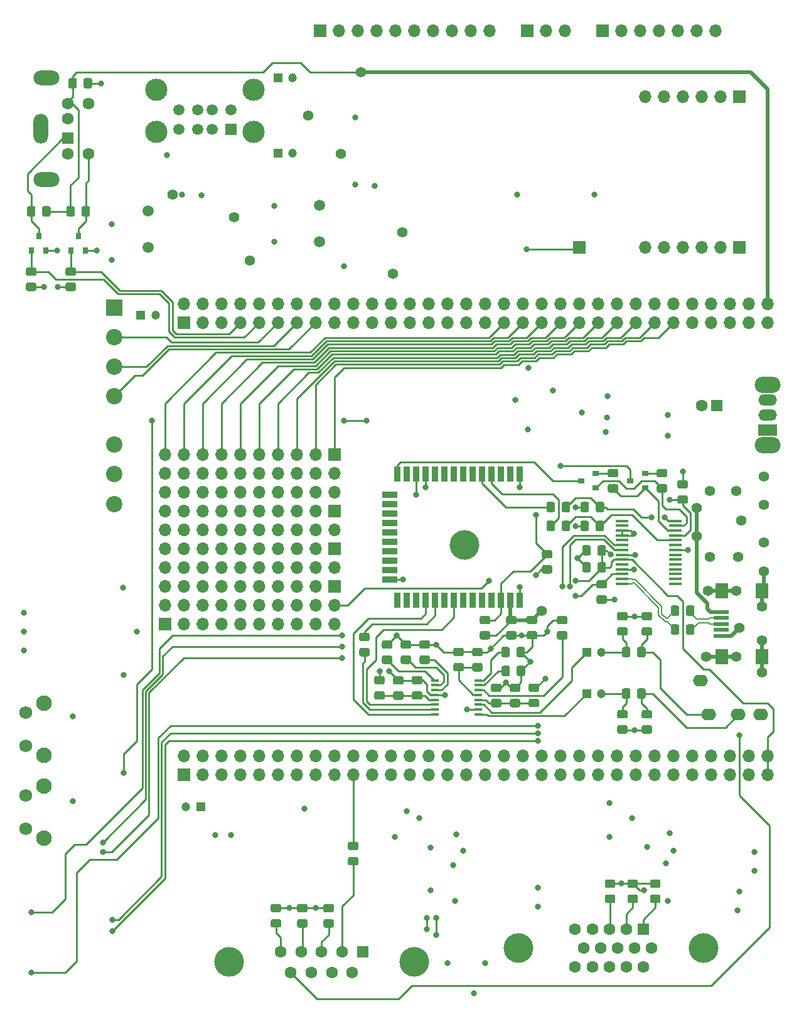
<source format=gbr>
G04 #@! TF.GenerationSoftware,KiCad,Pcbnew,(5.1.6)-1*
G04 #@! TF.CreationDate,2020-10-25T12:14:20+01:00*
G04 #@! TF.ProjectId,FPGC4IOboard,46504743-3449-44f6-926f-6172642e6b69,rev?*
G04 #@! TF.SameCoordinates,Original*
G04 #@! TF.FileFunction,Copper,L4,Bot*
G04 #@! TF.FilePolarity,Positive*
%FSLAX46Y46*%
G04 Gerber Fmt 4.6, Leading zero omitted, Abs format (unit mm)*
G04 Created by KiCad (PCBNEW (5.1.6)-1) date 2020-10-25 12:14:20*
%MOMM*%
%LPD*%
G01*
G04 APERTURE LIST*
G04 #@! TA.AperFunction,ComponentPad*
%ADD10R,1.700000X1.700000*%
G04 #@! TD*
G04 #@! TA.AperFunction,ComponentPad*
%ADD11O,1.700000X1.700000*%
G04 #@! TD*
G04 #@! TA.AperFunction,SMDPad,CuDef*
%ADD12R,0.900000X2.000000*%
G04 #@! TD*
G04 #@! TA.AperFunction,SMDPad,CuDef*
%ADD13R,2.000000X0.900000*%
G04 #@! TD*
G04 #@! TA.AperFunction,ComponentPad*
%ADD14C,4.000000*%
G04 #@! TD*
G04 #@! TA.AperFunction,ComponentPad*
%ADD15O,2.000000X1.600000*%
G04 #@! TD*
G04 #@! TA.AperFunction,ComponentPad*
%ADD16C,2.200000*%
G04 #@! TD*
G04 #@! TA.AperFunction,ComponentPad*
%ADD17R,2.200000X2.200000*%
G04 #@! TD*
G04 #@! TA.AperFunction,ComponentPad*
%ADD18R,1.600000X1.600000*%
G04 #@! TD*
G04 #@! TA.AperFunction,ComponentPad*
%ADD19C,1.600000*%
G04 #@! TD*
G04 #@! TA.AperFunction,ComponentPad*
%ADD20R,1.200000X1.200000*%
G04 #@! TD*
G04 #@! TA.AperFunction,ComponentPad*
%ADD21C,1.200000*%
G04 #@! TD*
G04 #@! TA.AperFunction,ComponentPad*
%ADD22O,3.500000X2.000000*%
G04 #@! TD*
G04 #@! TA.AperFunction,ComponentPad*
%ADD23O,2.000000X4.000000*%
G04 #@! TD*
G04 #@! TA.AperFunction,ComponentPad*
%ADD24C,1.500000*%
G04 #@! TD*
G04 #@! TA.AperFunction,ComponentPad*
%ADD25C,3.000000*%
G04 #@! TD*
G04 #@! TA.AperFunction,ComponentPad*
%ADD26R,1.500000X1.500000*%
G04 #@! TD*
G04 #@! TA.AperFunction,SMDPad,CuDef*
%ADD27R,1.700000X2.000000*%
G04 #@! TD*
G04 #@! TA.AperFunction,SMDPad,CuDef*
%ADD28R,2.000000X0.500000*%
G04 #@! TD*
G04 #@! TA.AperFunction,SMDPad,CuDef*
%ADD29R,0.800000X0.900000*%
G04 #@! TD*
G04 #@! TA.AperFunction,SMDPad,CuDef*
%ADD30R,0.900000X0.800000*%
G04 #@! TD*
G04 #@! TA.AperFunction,ComponentPad*
%ADD31C,2.100000*%
G04 #@! TD*
G04 #@! TA.AperFunction,ComponentPad*
%ADD32C,1.750000*%
G04 #@! TD*
G04 #@! TA.AperFunction,ComponentPad*
%ADD33O,3.500000X2.200000*%
G04 #@! TD*
G04 #@! TA.AperFunction,ComponentPad*
%ADD34O,2.500000X1.500000*%
G04 #@! TD*
G04 #@! TA.AperFunction,ComponentPad*
%ADD35R,2.500000X1.500000*%
G04 #@! TD*
G04 #@! TA.AperFunction,SMDPad,CuDef*
%ADD36R,1.000000X0.400000*%
G04 #@! TD*
G04 #@! TA.AperFunction,SMDPad,CuDef*
%ADD37R,1.750000X0.400000*%
G04 #@! TD*
G04 #@! TA.AperFunction,ViaPad*
%ADD38C,0.800000*%
G04 #@! TD*
G04 #@! TA.AperFunction,ViaPad*
%ADD39C,1.400000*%
G04 #@! TD*
G04 #@! TA.AperFunction,Conductor*
%ADD40C,0.250000*%
G04 #@! TD*
G04 #@! TA.AperFunction,Conductor*
%ADD41C,0.500000*%
G04 #@! TD*
G04 #@! TA.AperFunction,Conductor*
%ADD42C,0.200000*%
G04 #@! TD*
G04 APERTURE END LIST*
D10*
X109220000Y-88900000D03*
D11*
X109220000Y-86360000D03*
X106680000Y-88900000D03*
X106680000Y-86360000D03*
X104140000Y-88900000D03*
X104140000Y-86360000D03*
X101600000Y-88900000D03*
X101600000Y-86360000D03*
X99060000Y-88900000D03*
X99060000Y-86360000D03*
X96520000Y-88900000D03*
X96520000Y-86360000D03*
X93980000Y-88900000D03*
X93980000Y-86360000D03*
X91440000Y-88900000D03*
X91440000Y-86360000D03*
X88900000Y-88900000D03*
X88900000Y-86360000D03*
X86360000Y-88900000D03*
X86360000Y-86360000D03*
D10*
X109220000Y-93980000D03*
D11*
X109220000Y-91440000D03*
X106680000Y-93980000D03*
X106680000Y-91440000D03*
X104140000Y-93980000D03*
X104140000Y-91440000D03*
X101600000Y-93980000D03*
X101600000Y-91440000D03*
X99060000Y-93980000D03*
X99060000Y-91440000D03*
X96520000Y-93980000D03*
X96520000Y-91440000D03*
X93980000Y-93980000D03*
X93980000Y-91440000D03*
X91440000Y-93980000D03*
X91440000Y-91440000D03*
X88900000Y-93980000D03*
X88900000Y-91440000D03*
X86360000Y-93980000D03*
X86360000Y-91440000D03*
D10*
X109220000Y-99060000D03*
D11*
X109220000Y-96520000D03*
X106680000Y-99060000D03*
X106680000Y-96520000D03*
X104140000Y-99060000D03*
X104140000Y-96520000D03*
X101600000Y-99060000D03*
X101600000Y-96520000D03*
X99060000Y-99060000D03*
X99060000Y-96520000D03*
X96520000Y-99060000D03*
X96520000Y-96520000D03*
X93980000Y-99060000D03*
X93980000Y-96520000D03*
X91440000Y-99060000D03*
X91440000Y-96520000D03*
X88900000Y-99060000D03*
X88900000Y-96520000D03*
X86360000Y-99060000D03*
X86360000Y-96520000D03*
D12*
X134239000Y-100956000D03*
X132969000Y-100956000D03*
X131699000Y-100956000D03*
X130429000Y-100956000D03*
X129159000Y-100956000D03*
X127889000Y-100956000D03*
X126619000Y-100956000D03*
X125349000Y-100956000D03*
X124079000Y-100956000D03*
X122809000Y-100956000D03*
X121539000Y-100956000D03*
X120269000Y-100956000D03*
X118999000Y-100956000D03*
X117729000Y-100956000D03*
D13*
X116729000Y-98171000D03*
X116729000Y-96901000D03*
X116729000Y-95631000D03*
X116729000Y-94361000D03*
X116729000Y-93091000D03*
X116729000Y-91821000D03*
X116729000Y-90551000D03*
X116729000Y-89281000D03*
X116729000Y-88011000D03*
X116729000Y-86741000D03*
D12*
X117729000Y-83956000D03*
X118999000Y-83956000D03*
X120269000Y-83956000D03*
X121539000Y-83956000D03*
X122809000Y-83956000D03*
X124079000Y-83956000D03*
X125349000Y-83956000D03*
X126619000Y-83956000D03*
X127889000Y-83956000D03*
X129159000Y-83956000D03*
X130429000Y-83956000D03*
X131699000Y-83956000D03*
X132969000Y-83956000D03*
X134239000Y-83956000D03*
D14*
X126748400Y-93472000D03*
D15*
X158626000Y-111746000D03*
X159726000Y-116346000D03*
X166726000Y-116346000D03*
X163726000Y-116346000D03*
D16*
X79502000Y-73468000D03*
X79502000Y-69468000D03*
X79502000Y-65468000D03*
X79502000Y-83968000D03*
X79502000Y-79968000D03*
D17*
X79502000Y-61468000D03*
D16*
X79502000Y-87968000D03*
D18*
X160782000Y-74676000D03*
D19*
X158782000Y-74676000D03*
D20*
X83090000Y-62484000D03*
D21*
X85090000Y-62484000D03*
X89186000Y-128778000D03*
D20*
X91186000Y-128778000D03*
D22*
X70396000Y-30488000D03*
X70396000Y-44188000D03*
D18*
X73246000Y-38638000D03*
D19*
X73246000Y-36038000D03*
X73246000Y-40738000D03*
X73246000Y-33938000D03*
X76046000Y-40738000D03*
X76046000Y-33938000D03*
D23*
X69596000Y-37338000D03*
D24*
X88250000Y-34845000D03*
X90750000Y-34845000D03*
X92750000Y-34845000D03*
X95250000Y-34845000D03*
D25*
X85180000Y-32135000D03*
X98320000Y-32135000D03*
D24*
X88250000Y-37465000D03*
X90750000Y-37465000D03*
X92750000Y-37465000D03*
D26*
X95250000Y-37465000D03*
D25*
X98320000Y-37815000D03*
X85180000Y-37815000D03*
D21*
X103600000Y-40640000D03*
D20*
X101600000Y-40640000D03*
D21*
X103600000Y-30480000D03*
D20*
X101600000Y-30480000D03*
D11*
X109220000Y-101600000D03*
X109220000Y-104140000D03*
X106680000Y-101600000D03*
X106680000Y-104140000D03*
X104140000Y-101600000D03*
X104140000Y-104140000D03*
X101600000Y-101600000D03*
X101600000Y-104140000D03*
X99060000Y-101600000D03*
X99060000Y-104140000D03*
X96520000Y-101600000D03*
X96520000Y-104140000D03*
X93980000Y-101600000D03*
X93980000Y-104140000D03*
X91440000Y-101600000D03*
X91440000Y-104140000D03*
X88900000Y-101600000D03*
X88900000Y-104140000D03*
X86360000Y-101600000D03*
D10*
X86360000Y-104140000D03*
X109220000Y-81280000D03*
D11*
X109220000Y-83820000D03*
X106680000Y-81280000D03*
X106680000Y-83820000D03*
X104140000Y-81280000D03*
X104140000Y-83820000D03*
X101600000Y-81280000D03*
X101600000Y-83820000D03*
X99060000Y-81280000D03*
X99060000Y-83820000D03*
X96520000Y-81280000D03*
X96520000Y-83820000D03*
X93980000Y-81280000D03*
X93980000Y-83820000D03*
X91440000Y-81280000D03*
X91440000Y-83820000D03*
X88900000Y-81280000D03*
X88900000Y-83820000D03*
X86360000Y-81280000D03*
X86360000Y-83820000D03*
D18*
X150876000Y-145288000D03*
D19*
X148586000Y-145288000D03*
X146296000Y-145288000D03*
X144006000Y-145288000D03*
X141716000Y-145288000D03*
X152021000Y-147826800D03*
X149731000Y-147826800D03*
X147441000Y-147826800D03*
X145151000Y-147826800D03*
X142861000Y-147826800D03*
X150876000Y-150365600D03*
X148586000Y-150365600D03*
X146296000Y-150365600D03*
X144006000Y-150365600D03*
X141716000Y-150365600D03*
D14*
X134061000Y-147825600D03*
X159061000Y-147825600D03*
D18*
X113030000Y-148336000D03*
D19*
X110260000Y-148336000D03*
X107490000Y-148336000D03*
X104720000Y-148336000D03*
X101950000Y-148336000D03*
X111645000Y-151176000D03*
X108875000Y-151176000D03*
X106105000Y-151176000D03*
X103335000Y-151176000D03*
D14*
X94990000Y-149756000D03*
X119990000Y-149756000D03*
D11*
X167640000Y-121920000D03*
X167640000Y-124460000D03*
X165100000Y-121920000D03*
X165100000Y-124460000D03*
X162560000Y-121920000D03*
X162560000Y-124460000D03*
X160020000Y-121920000D03*
X160020000Y-124460000D03*
X157480000Y-121920000D03*
X157480000Y-124460000D03*
X154940000Y-121920000D03*
X154940000Y-124460000D03*
X152400000Y-121920000D03*
X152400000Y-124460000D03*
X149860000Y-121920000D03*
X149860000Y-124460000D03*
X147320000Y-121920000D03*
X147320000Y-124460000D03*
X144780000Y-121920000D03*
X144780000Y-124460000D03*
X142240000Y-121920000D03*
X142240000Y-124460000D03*
X139700000Y-121920000D03*
X139700000Y-124460000D03*
X137160000Y-121920000D03*
X137160000Y-124460000D03*
X134620000Y-121920000D03*
X134620000Y-124460000D03*
X132080000Y-121920000D03*
X132080000Y-124460000D03*
X129540000Y-121920000D03*
X129540000Y-124460000D03*
X127000000Y-121920000D03*
X127000000Y-124460000D03*
X124460000Y-121920000D03*
X124460000Y-124460000D03*
X121920000Y-121920000D03*
X121920000Y-124460000D03*
X119380000Y-121920000D03*
X119380000Y-124460000D03*
X116840000Y-121920000D03*
X116840000Y-124460000D03*
X114300000Y-121920000D03*
X114300000Y-124460000D03*
X111760000Y-121920000D03*
X111760000Y-124460000D03*
X109220000Y-121920000D03*
X109220000Y-124460000D03*
X106680000Y-121920000D03*
X106680000Y-124460000D03*
X104140000Y-121920000D03*
X104140000Y-124460000D03*
X101600000Y-121920000D03*
X101600000Y-124460000D03*
X99060000Y-121920000D03*
X99060000Y-124460000D03*
X96520000Y-121920000D03*
X96520000Y-124460000D03*
X93980000Y-121920000D03*
X93980000Y-124460000D03*
X91440000Y-121920000D03*
X91440000Y-124460000D03*
X88900000Y-121920000D03*
D10*
X88900000Y-124460000D03*
X88900000Y-63500000D03*
D11*
X88900000Y-60960000D03*
X91440000Y-63500000D03*
X91440000Y-60960000D03*
X93980000Y-63500000D03*
X93980000Y-60960000D03*
X96520000Y-63500000D03*
X96520000Y-60960000D03*
X99060000Y-63500000D03*
X99060000Y-60960000D03*
X101600000Y-63500000D03*
X101600000Y-60960000D03*
X104140000Y-63500000D03*
X104140000Y-60960000D03*
X106680000Y-63500000D03*
X106680000Y-60960000D03*
X109220000Y-63500000D03*
X109220000Y-60960000D03*
X111760000Y-63500000D03*
X111760000Y-60960000D03*
X114300000Y-63500000D03*
X114300000Y-60960000D03*
X116840000Y-63500000D03*
X116840000Y-60960000D03*
X119380000Y-63500000D03*
X119380000Y-60960000D03*
X121920000Y-63500000D03*
X121920000Y-60960000D03*
X124460000Y-63500000D03*
X124460000Y-60960000D03*
X127000000Y-63500000D03*
X127000000Y-60960000D03*
X129540000Y-63500000D03*
X129540000Y-60960000D03*
X132080000Y-63500000D03*
X132080000Y-60960000D03*
X134620000Y-63500000D03*
X134620000Y-60960000D03*
X137160000Y-63500000D03*
X137160000Y-60960000D03*
X139700000Y-63500000D03*
X139700000Y-60960000D03*
X142240000Y-63500000D03*
X142240000Y-60960000D03*
X144780000Y-63500000D03*
X144780000Y-60960000D03*
X147320000Y-63500000D03*
X147320000Y-60960000D03*
X149860000Y-63500000D03*
X149860000Y-60960000D03*
X152400000Y-63500000D03*
X152400000Y-60960000D03*
X154940000Y-63500000D03*
X154940000Y-60960000D03*
X157480000Y-63500000D03*
X157480000Y-60960000D03*
X160020000Y-63500000D03*
X160020000Y-60960000D03*
X162560000Y-63500000D03*
X162560000Y-60960000D03*
X165100000Y-63500000D03*
X165100000Y-60960000D03*
X167640000Y-63500000D03*
X167640000Y-60960000D03*
D10*
X142240000Y-53340000D03*
D11*
X151130000Y-53340000D03*
X153670000Y-53340000D03*
X156210000Y-53340000D03*
X158750000Y-53340000D03*
X161290000Y-53340000D03*
D10*
X163830000Y-53340000D03*
X163830000Y-33020000D03*
D11*
X161290000Y-33020000D03*
X158750000Y-33020000D03*
X156210000Y-33020000D03*
X153670000Y-33020000D03*
X151130000Y-33020000D03*
D10*
X107315000Y-24130000D03*
D11*
X109855000Y-24130000D03*
X112395000Y-24130000D03*
X114935000Y-24130000D03*
X117475000Y-24130000D03*
X120015000Y-24130000D03*
X122555000Y-24130000D03*
X125095000Y-24130000D03*
X127635000Y-24130000D03*
X130175000Y-24130000D03*
D10*
X135255000Y-24130000D03*
D11*
X137795000Y-24130000D03*
X140335000Y-24130000D03*
D10*
X145415000Y-24130000D03*
D11*
X147955000Y-24130000D03*
X150495000Y-24130000D03*
X153035000Y-24130000D03*
X155575000Y-24130000D03*
X158115000Y-24130000D03*
X160655000Y-24130000D03*
G04 #@! TA.AperFunction,SMDPad,CuDef*
G36*
G01*
X73330000Y-31692001D02*
X73330000Y-30791999D01*
G75*
G02*
X73579999Y-30542000I249999J0D01*
G01*
X74230001Y-30542000D01*
G75*
G02*
X74480000Y-30791999I0J-249999D01*
G01*
X74480000Y-31692001D01*
G75*
G02*
X74230001Y-31942000I-249999J0D01*
G01*
X73579999Y-31942000D01*
G75*
G02*
X73330000Y-31692001I0J249999D01*
G01*
G37*
G04 #@! TD.AperFunction*
G04 #@! TA.AperFunction,SMDPad,CuDef*
G36*
G01*
X75380000Y-31692001D02*
X75380000Y-30791999D01*
G75*
G02*
X75629999Y-30542000I249999J0D01*
G01*
X76280001Y-30542000D01*
G75*
G02*
X76530000Y-30791999I0J-249999D01*
G01*
X76530000Y-31692001D01*
G75*
G02*
X76280001Y-31942000I-249999J0D01*
G01*
X75629999Y-31942000D01*
G75*
G02*
X75380000Y-31692001I0J249999D01*
G01*
G37*
G04 #@! TD.AperFunction*
G04 #@! TA.AperFunction,SMDPad,CuDef*
G36*
G01*
X120846001Y-112317000D02*
X119945999Y-112317000D01*
G75*
G02*
X119696000Y-112067001I0J249999D01*
G01*
X119696000Y-111416999D01*
G75*
G02*
X119945999Y-111167000I249999J0D01*
G01*
X120846001Y-111167000D01*
G75*
G02*
X121096000Y-111416999I0J-249999D01*
G01*
X121096000Y-112067001D01*
G75*
G02*
X120846001Y-112317000I-249999J0D01*
G01*
G37*
G04 #@! TD.AperFunction*
G04 #@! TA.AperFunction,SMDPad,CuDef*
G36*
G01*
X120846001Y-114367000D02*
X119945999Y-114367000D01*
G75*
G02*
X119696000Y-114117001I0J249999D01*
G01*
X119696000Y-113466999D01*
G75*
G02*
X119945999Y-113217000I249999J0D01*
G01*
X120846001Y-113217000D01*
G75*
G02*
X121096000Y-113466999I0J-249999D01*
G01*
X121096000Y-114117001D01*
G75*
G02*
X120846001Y-114367000I-249999J0D01*
G01*
G37*
G04 #@! TD.AperFunction*
G04 #@! TA.AperFunction,SMDPad,CuDef*
G36*
G01*
X118306001Y-112335000D02*
X117405999Y-112335000D01*
G75*
G02*
X117156000Y-112085001I0J249999D01*
G01*
X117156000Y-111434999D01*
G75*
G02*
X117405999Y-111185000I249999J0D01*
G01*
X118306001Y-111185000D01*
G75*
G02*
X118556000Y-111434999I0J-249999D01*
G01*
X118556000Y-112085001D01*
G75*
G02*
X118306001Y-112335000I-249999J0D01*
G01*
G37*
G04 #@! TD.AperFunction*
G04 #@! TA.AperFunction,SMDPad,CuDef*
G36*
G01*
X118306001Y-114385000D02*
X117405999Y-114385000D01*
G75*
G02*
X117156000Y-114135001I0J249999D01*
G01*
X117156000Y-113484999D01*
G75*
G02*
X117405999Y-113235000I249999J0D01*
G01*
X118306001Y-113235000D01*
G75*
G02*
X118556000Y-113484999I0J-249999D01*
G01*
X118556000Y-114135001D01*
G75*
G02*
X118306001Y-114385000I-249999J0D01*
G01*
G37*
G04 #@! TD.AperFunction*
G04 #@! TA.AperFunction,SMDPad,CuDef*
G36*
G01*
X131514001Y-115392000D02*
X130613999Y-115392000D01*
G75*
G02*
X130364000Y-115142001I0J249999D01*
G01*
X130364000Y-114491999D01*
G75*
G02*
X130613999Y-114242000I249999J0D01*
G01*
X131514001Y-114242000D01*
G75*
G02*
X131764000Y-114491999I0J-249999D01*
G01*
X131764000Y-115142001D01*
G75*
G02*
X131514001Y-115392000I-249999J0D01*
G01*
G37*
G04 #@! TD.AperFunction*
G04 #@! TA.AperFunction,SMDPad,CuDef*
G36*
G01*
X131514001Y-113342000D02*
X130613999Y-113342000D01*
G75*
G02*
X130364000Y-113092001I0J249999D01*
G01*
X130364000Y-112441999D01*
G75*
G02*
X130613999Y-112192000I249999J0D01*
G01*
X131514001Y-112192000D01*
G75*
G02*
X131764000Y-112441999I0J-249999D01*
G01*
X131764000Y-113092001D01*
G75*
G02*
X131514001Y-113342000I-249999J0D01*
G01*
G37*
G04 #@! TD.AperFunction*
G04 #@! TA.AperFunction,SMDPad,CuDef*
G36*
G01*
X134054001Y-113342000D02*
X133153999Y-113342000D01*
G75*
G02*
X132904000Y-113092001I0J249999D01*
G01*
X132904000Y-112441999D01*
G75*
G02*
X133153999Y-112192000I249999J0D01*
G01*
X134054001Y-112192000D01*
G75*
G02*
X134304000Y-112441999I0J-249999D01*
G01*
X134304000Y-113092001D01*
G75*
G02*
X134054001Y-113342000I-249999J0D01*
G01*
G37*
G04 #@! TD.AperFunction*
G04 #@! TA.AperFunction,SMDPad,CuDef*
G36*
G01*
X134054001Y-115392000D02*
X133153999Y-115392000D01*
G75*
G02*
X132904000Y-115142001I0J249999D01*
G01*
X132904000Y-114491999D01*
G75*
G02*
X133153999Y-114242000I249999J0D01*
G01*
X134054001Y-114242000D01*
G75*
G02*
X134304000Y-114491999I0J-249999D01*
G01*
X134304000Y-115142001D01*
G75*
G02*
X134054001Y-115392000I-249999J0D01*
G01*
G37*
G04 #@! TD.AperFunction*
G04 #@! TA.AperFunction,SMDPad,CuDef*
G36*
G01*
X128974001Y-108525000D02*
X128073999Y-108525000D01*
G75*
G02*
X127824000Y-108275001I0J249999D01*
G01*
X127824000Y-107624999D01*
G75*
G02*
X128073999Y-107375000I249999J0D01*
G01*
X128974001Y-107375000D01*
G75*
G02*
X129224000Y-107624999I0J-249999D01*
G01*
X129224000Y-108275001D01*
G75*
G02*
X128974001Y-108525000I-249999J0D01*
G01*
G37*
G04 #@! TD.AperFunction*
G04 #@! TA.AperFunction,SMDPad,CuDef*
G36*
G01*
X128974001Y-110575000D02*
X128073999Y-110575000D01*
G75*
G02*
X127824000Y-110325001I0J249999D01*
G01*
X127824000Y-109674999D01*
G75*
G02*
X128073999Y-109425000I249999J0D01*
G01*
X128974001Y-109425000D01*
G75*
G02*
X129224000Y-109674999I0J-249999D01*
G01*
X129224000Y-110325001D01*
G75*
G02*
X128974001Y-110575000I-249999J0D01*
G01*
G37*
G04 #@! TD.AperFunction*
D20*
X143256000Y-107950000D03*
D21*
X145256000Y-107950000D03*
D20*
X143256000Y-113538000D03*
D21*
X145256000Y-113538000D03*
G04 #@! TA.AperFunction,SMDPad,CuDef*
G36*
G01*
X126434001Y-108507000D02*
X125533999Y-108507000D01*
G75*
G02*
X125284000Y-108257001I0J249999D01*
G01*
X125284000Y-107606999D01*
G75*
G02*
X125533999Y-107357000I249999J0D01*
G01*
X126434001Y-107357000D01*
G75*
G02*
X126684000Y-107606999I0J-249999D01*
G01*
X126684000Y-108257001D01*
G75*
G02*
X126434001Y-108507000I-249999J0D01*
G01*
G37*
G04 #@! TD.AperFunction*
G04 #@! TA.AperFunction,SMDPad,CuDef*
G36*
G01*
X126434001Y-110557000D02*
X125533999Y-110557000D01*
G75*
G02*
X125284000Y-110307001I0J249999D01*
G01*
X125284000Y-109656999D01*
G75*
G02*
X125533999Y-109407000I249999J0D01*
G01*
X126434001Y-109407000D01*
G75*
G02*
X126684000Y-109656999I0J-249999D01*
G01*
X126684000Y-110307001D01*
G75*
G02*
X126434001Y-110557000I-249999J0D01*
G01*
G37*
G04 #@! TD.AperFunction*
G04 #@! TA.AperFunction,SMDPad,CuDef*
G36*
G01*
X137471999Y-94167000D02*
X138372001Y-94167000D01*
G75*
G02*
X138622000Y-94416999I0J-249999D01*
G01*
X138622000Y-95067001D01*
G75*
G02*
X138372001Y-95317000I-249999J0D01*
G01*
X137471999Y-95317000D01*
G75*
G02*
X137222000Y-95067001I0J249999D01*
G01*
X137222000Y-94416999D01*
G75*
G02*
X137471999Y-94167000I249999J0D01*
G01*
G37*
G04 #@! TD.AperFunction*
G04 #@! TA.AperFunction,SMDPad,CuDef*
G36*
G01*
X137471999Y-96217000D02*
X138372001Y-96217000D01*
G75*
G02*
X138622000Y-96466999I0J-249999D01*
G01*
X138622000Y-97117001D01*
G75*
G02*
X138372001Y-97367000I-249999J0D01*
G01*
X137471999Y-97367000D01*
G75*
G02*
X137222000Y-97117001I0J249999D01*
G01*
X137222000Y-96466999D01*
G75*
G02*
X137471999Y-96217000I249999J0D01*
G01*
G37*
G04 #@! TD.AperFunction*
G04 #@! TA.AperFunction,SMDPad,CuDef*
G36*
G01*
X133546001Y-104207000D02*
X132645999Y-104207000D01*
G75*
G02*
X132396000Y-103957001I0J249999D01*
G01*
X132396000Y-103306999D01*
G75*
G02*
X132645999Y-103057000I249999J0D01*
G01*
X133546001Y-103057000D01*
G75*
G02*
X133796000Y-103306999I0J-249999D01*
G01*
X133796000Y-103957001D01*
G75*
G02*
X133546001Y-104207000I-249999J0D01*
G01*
G37*
G04 #@! TD.AperFunction*
G04 #@! TA.AperFunction,SMDPad,CuDef*
G36*
G01*
X133546001Y-106257000D02*
X132645999Y-106257000D01*
G75*
G02*
X132396000Y-106007001I0J249999D01*
G01*
X132396000Y-105356999D01*
G75*
G02*
X132645999Y-105107000I249999J0D01*
G01*
X133546001Y-105107000D01*
G75*
G02*
X133796000Y-105356999I0J-249999D01*
G01*
X133796000Y-106007001D01*
G75*
G02*
X133546001Y-106257000I-249999J0D01*
G01*
G37*
G04 #@! TD.AperFunction*
G04 #@! TA.AperFunction,SMDPad,CuDef*
G36*
G01*
X136340001Y-106239000D02*
X135439999Y-106239000D01*
G75*
G02*
X135190000Y-105989001I0J249999D01*
G01*
X135190000Y-105338999D01*
G75*
G02*
X135439999Y-105089000I249999J0D01*
G01*
X136340001Y-105089000D01*
G75*
G02*
X136590000Y-105338999I0J-249999D01*
G01*
X136590000Y-105989001D01*
G75*
G02*
X136340001Y-106239000I-249999J0D01*
G01*
G37*
G04 #@! TD.AperFunction*
G04 #@! TA.AperFunction,SMDPad,CuDef*
G36*
G01*
X136340001Y-104189000D02*
X135439999Y-104189000D01*
G75*
G02*
X135190000Y-103939001I0J249999D01*
G01*
X135190000Y-103288999D01*
G75*
G02*
X135439999Y-103039000I249999J0D01*
G01*
X136340001Y-103039000D01*
G75*
G02*
X136590000Y-103288999I0J-249999D01*
G01*
X136590000Y-103939001D01*
G75*
G02*
X136340001Y-104189000I-249999J0D01*
G01*
G37*
G04 #@! TD.AperFunction*
G04 #@! TA.AperFunction,SMDPad,CuDef*
G36*
G01*
X151834001Y-103681000D02*
X150933999Y-103681000D01*
G75*
G02*
X150684000Y-103431001I0J249999D01*
G01*
X150684000Y-102780999D01*
G75*
G02*
X150933999Y-102531000I249999J0D01*
G01*
X151834001Y-102531000D01*
G75*
G02*
X152084000Y-102780999I0J-249999D01*
G01*
X152084000Y-103431001D01*
G75*
G02*
X151834001Y-103681000I-249999J0D01*
G01*
G37*
G04 #@! TD.AperFunction*
G04 #@! TA.AperFunction,SMDPad,CuDef*
G36*
G01*
X151834001Y-105731000D02*
X150933999Y-105731000D01*
G75*
G02*
X150684000Y-105481001I0J249999D01*
G01*
X150684000Y-104830999D01*
G75*
G02*
X150933999Y-104581000I249999J0D01*
G01*
X151834001Y-104581000D01*
G75*
G02*
X152084000Y-104830999I0J-249999D01*
G01*
X152084000Y-105481001D01*
G75*
G02*
X151834001Y-105731000I-249999J0D01*
G01*
G37*
G04 #@! TD.AperFunction*
G04 #@! TA.AperFunction,SMDPad,CuDef*
G36*
G01*
X150933999Y-115757000D02*
X151834001Y-115757000D01*
G75*
G02*
X152084000Y-116006999I0J-249999D01*
G01*
X152084000Y-116657001D01*
G75*
G02*
X151834001Y-116907000I-249999J0D01*
G01*
X150933999Y-116907000D01*
G75*
G02*
X150684000Y-116657001I0J249999D01*
G01*
X150684000Y-116006999D01*
G75*
G02*
X150933999Y-115757000I249999J0D01*
G01*
G37*
G04 #@! TD.AperFunction*
G04 #@! TA.AperFunction,SMDPad,CuDef*
G36*
G01*
X150933999Y-117807000D02*
X151834001Y-117807000D01*
G75*
G02*
X152084000Y-118056999I0J-249999D01*
G01*
X152084000Y-118707001D01*
G75*
G02*
X151834001Y-118957000I-249999J0D01*
G01*
X150933999Y-118957000D01*
G75*
G02*
X150684000Y-118707001I0J249999D01*
G01*
X150684000Y-118056999D01*
G75*
G02*
X150933999Y-117807000I249999J0D01*
G01*
G37*
G04 #@! TD.AperFunction*
G04 #@! TA.AperFunction,SMDPad,CuDef*
G36*
G01*
X144713000Y-96970001D02*
X144713000Y-96069999D01*
G75*
G02*
X144962999Y-95820000I249999J0D01*
G01*
X145613001Y-95820000D01*
G75*
G02*
X145863000Y-96069999I0J-249999D01*
G01*
X145863000Y-96970001D01*
G75*
G02*
X145613001Y-97220000I-249999J0D01*
G01*
X144962999Y-97220000D01*
G75*
G02*
X144713000Y-96970001I0J249999D01*
G01*
G37*
G04 #@! TD.AperFunction*
G04 #@! TA.AperFunction,SMDPad,CuDef*
G36*
G01*
X142663000Y-96970001D02*
X142663000Y-96069999D01*
G75*
G02*
X142912999Y-95820000I249999J0D01*
G01*
X143563001Y-95820000D01*
G75*
G02*
X143813000Y-96069999I0J-249999D01*
G01*
X143813000Y-96970001D01*
G75*
G02*
X143563001Y-97220000I-249999J0D01*
G01*
X142912999Y-97220000D01*
G75*
G02*
X142663000Y-96970001I0J249999D01*
G01*
G37*
G04 #@! TD.AperFunction*
G04 #@! TA.AperFunction,SMDPad,CuDef*
G36*
G01*
X143813000Y-93783999D02*
X143813000Y-94684001D01*
G75*
G02*
X143563001Y-94934000I-249999J0D01*
G01*
X142912999Y-94934000D01*
G75*
G02*
X142663000Y-94684001I0J249999D01*
G01*
X142663000Y-93783999D01*
G75*
G02*
X142912999Y-93534000I249999J0D01*
G01*
X143563001Y-93534000D01*
G75*
G02*
X143813000Y-93783999I0J-249999D01*
G01*
G37*
G04 #@! TD.AperFunction*
G04 #@! TA.AperFunction,SMDPad,CuDef*
G36*
G01*
X145863000Y-93783999D02*
X145863000Y-94684001D01*
G75*
G02*
X145613001Y-94934000I-249999J0D01*
G01*
X144962999Y-94934000D01*
G75*
G02*
X144713000Y-94684001I0J249999D01*
G01*
X144713000Y-93783999D01*
G75*
G02*
X144962999Y-93534000I249999J0D01*
G01*
X145613001Y-93534000D01*
G75*
G02*
X145863000Y-93783999I0J-249999D01*
G01*
G37*
G04 #@! TD.AperFunction*
G04 #@! TA.AperFunction,SMDPad,CuDef*
G36*
G01*
X155759999Y-84751000D02*
X156660001Y-84751000D01*
G75*
G02*
X156910000Y-85000999I0J-249999D01*
G01*
X156910000Y-85651001D01*
G75*
G02*
X156660001Y-85901000I-249999J0D01*
G01*
X155759999Y-85901000D01*
G75*
G02*
X155510000Y-85651001I0J249999D01*
G01*
X155510000Y-85000999D01*
G75*
G02*
X155759999Y-84751000I249999J0D01*
G01*
G37*
G04 #@! TD.AperFunction*
G04 #@! TA.AperFunction,SMDPad,CuDef*
G36*
G01*
X155759999Y-86801000D02*
X156660001Y-86801000D01*
G75*
G02*
X156910000Y-87050999I0J-249999D01*
G01*
X156910000Y-87701001D01*
G75*
G02*
X156660001Y-87951000I-249999J0D01*
G01*
X155759999Y-87951000D01*
G75*
G02*
X155510000Y-87701001I0J249999D01*
G01*
X155510000Y-87050999D01*
G75*
G02*
X155759999Y-86801000I249999J0D01*
G01*
G37*
G04 #@! TD.AperFunction*
G04 #@! TA.AperFunction,SMDPad,CuDef*
G36*
G01*
X145738001Y-99381000D02*
X144837999Y-99381000D01*
G75*
G02*
X144588000Y-99131001I0J249999D01*
G01*
X144588000Y-98480999D01*
G75*
G02*
X144837999Y-98231000I249999J0D01*
G01*
X145738001Y-98231000D01*
G75*
G02*
X145988000Y-98480999I0J-249999D01*
G01*
X145988000Y-99131001D01*
G75*
G02*
X145738001Y-99381000I-249999J0D01*
G01*
G37*
G04 #@! TD.AperFunction*
G04 #@! TA.AperFunction,SMDPad,CuDef*
G36*
G01*
X145738001Y-101431000D02*
X144837999Y-101431000D01*
G75*
G02*
X144588000Y-101181001I0J249999D01*
G01*
X144588000Y-100530999D01*
G75*
G02*
X144837999Y-100281000I249999J0D01*
G01*
X145738001Y-100281000D01*
G75*
G02*
X145988000Y-100530999I0J-249999D01*
G01*
X145988000Y-101181001D01*
G75*
G02*
X145738001Y-101431000I-249999J0D01*
G01*
G37*
G04 #@! TD.AperFunction*
D27*
X166934000Y-108590000D03*
X161484000Y-108590000D03*
X166934000Y-99690000D03*
X161484000Y-99690000D03*
D28*
X161384000Y-105740000D03*
X161384000Y-104940000D03*
X161384000Y-104140000D03*
X161384000Y-103340000D03*
X161384000Y-102540000D03*
D29*
X75626000Y-53816000D03*
X73726000Y-53816000D03*
X74676000Y-51816000D03*
X69342000Y-51816000D03*
X68392000Y-53816000D03*
X70292000Y-53816000D03*
D30*
X149130000Y-84836000D03*
X151130000Y-85786000D03*
X151130000Y-83886000D03*
X144510000Y-83886000D03*
X144510000Y-85786000D03*
X142510000Y-84836000D03*
G04 #@! TA.AperFunction,SMDPad,CuDef*
G36*
G01*
X108007999Y-143960000D02*
X108908001Y-143960000D01*
G75*
G02*
X109158000Y-144209999I0J-249999D01*
G01*
X109158000Y-144860001D01*
G75*
G02*
X108908001Y-145110000I-249999J0D01*
G01*
X108007999Y-145110000D01*
G75*
G02*
X107758000Y-144860001I0J249999D01*
G01*
X107758000Y-144209999D01*
G75*
G02*
X108007999Y-143960000I249999J0D01*
G01*
G37*
G04 #@! TD.AperFunction*
G04 #@! TA.AperFunction,SMDPad,CuDef*
G36*
G01*
X108007999Y-141910000D02*
X108908001Y-141910000D01*
G75*
G02*
X109158000Y-142159999I0J-249999D01*
G01*
X109158000Y-142810001D01*
G75*
G02*
X108908001Y-143060000I-249999J0D01*
G01*
X108007999Y-143060000D01*
G75*
G02*
X107758000Y-142810001I0J249999D01*
G01*
X107758000Y-142159999D01*
G75*
G02*
X108007999Y-141910000I249999J0D01*
G01*
G37*
G04 #@! TD.AperFunction*
G04 #@! TA.AperFunction,SMDPad,CuDef*
G36*
G01*
X104451999Y-141910000D02*
X105352001Y-141910000D01*
G75*
G02*
X105602000Y-142159999I0J-249999D01*
G01*
X105602000Y-142810001D01*
G75*
G02*
X105352001Y-143060000I-249999J0D01*
G01*
X104451999Y-143060000D01*
G75*
G02*
X104202000Y-142810001I0J249999D01*
G01*
X104202000Y-142159999D01*
G75*
G02*
X104451999Y-141910000I249999J0D01*
G01*
G37*
G04 #@! TD.AperFunction*
G04 #@! TA.AperFunction,SMDPad,CuDef*
G36*
G01*
X104451999Y-143960000D02*
X105352001Y-143960000D01*
G75*
G02*
X105602000Y-144209999I0J-249999D01*
G01*
X105602000Y-144860001D01*
G75*
G02*
X105352001Y-145110000I-249999J0D01*
G01*
X104451999Y-145110000D01*
G75*
G02*
X104202000Y-144860001I0J249999D01*
G01*
X104202000Y-144209999D01*
G75*
G02*
X104451999Y-143960000I249999J0D01*
G01*
G37*
G04 #@! TD.AperFunction*
G04 #@! TA.AperFunction,SMDPad,CuDef*
G36*
G01*
X100895999Y-143951000D02*
X101796001Y-143951000D01*
G75*
G02*
X102046000Y-144200999I0J-249999D01*
G01*
X102046000Y-144851001D01*
G75*
G02*
X101796001Y-145101000I-249999J0D01*
G01*
X100895999Y-145101000D01*
G75*
G02*
X100646000Y-144851001I0J249999D01*
G01*
X100646000Y-144200999D01*
G75*
G02*
X100895999Y-143951000I249999J0D01*
G01*
G37*
G04 #@! TD.AperFunction*
G04 #@! TA.AperFunction,SMDPad,CuDef*
G36*
G01*
X100895999Y-141901000D02*
X101796001Y-141901000D01*
G75*
G02*
X102046000Y-142150999I0J-249999D01*
G01*
X102046000Y-142801001D01*
G75*
G02*
X101796001Y-143051000I-249999J0D01*
G01*
X100895999Y-143051000D01*
G75*
G02*
X100646000Y-142801001I0J249999D01*
G01*
X100646000Y-142150999D01*
G75*
G02*
X100895999Y-141901000I249999J0D01*
G01*
G37*
G04 #@! TD.AperFunction*
G04 #@! TA.AperFunction,SMDPad,CuDef*
G36*
G01*
X75117000Y-48964001D02*
X75117000Y-48063999D01*
G75*
G02*
X75366999Y-47814000I249999J0D01*
G01*
X76017001Y-47814000D01*
G75*
G02*
X76267000Y-48063999I0J-249999D01*
G01*
X76267000Y-48964001D01*
G75*
G02*
X76017001Y-49214000I-249999J0D01*
G01*
X75366999Y-49214000D01*
G75*
G02*
X75117000Y-48964001I0J249999D01*
G01*
G37*
G04 #@! TD.AperFunction*
G04 #@! TA.AperFunction,SMDPad,CuDef*
G36*
G01*
X73067000Y-48964001D02*
X73067000Y-48063999D01*
G75*
G02*
X73316999Y-47814000I249999J0D01*
G01*
X73967001Y-47814000D01*
G75*
G02*
X74217000Y-48063999I0J-249999D01*
G01*
X74217000Y-48964001D01*
G75*
G02*
X73967001Y-49214000I-249999J0D01*
G01*
X73316999Y-49214000D01*
G75*
G02*
X73067000Y-48964001I0J249999D01*
G01*
G37*
G04 #@! TD.AperFunction*
G04 #@! TA.AperFunction,SMDPad,CuDef*
G36*
G01*
X70951000Y-48063999D02*
X70951000Y-48964001D01*
G75*
G02*
X70701001Y-49214000I-249999J0D01*
G01*
X70050999Y-49214000D01*
G75*
G02*
X69801000Y-48964001I0J249999D01*
G01*
X69801000Y-48063999D01*
G75*
G02*
X70050999Y-47814000I249999J0D01*
G01*
X70701001Y-47814000D01*
G75*
G02*
X70951000Y-48063999I0J-249999D01*
G01*
G37*
G04 #@! TD.AperFunction*
G04 #@! TA.AperFunction,SMDPad,CuDef*
G36*
G01*
X68901000Y-48063999D02*
X68901000Y-48964001D01*
G75*
G02*
X68651001Y-49214000I-249999J0D01*
G01*
X68000999Y-49214000D01*
G75*
G02*
X67751000Y-48964001I0J249999D01*
G01*
X67751000Y-48063999D01*
G75*
G02*
X68000999Y-47814000I249999J0D01*
G01*
X68651001Y-47814000D01*
G75*
G02*
X68901000Y-48063999I0J-249999D01*
G01*
G37*
G04 #@! TD.AperFunction*
G04 #@! TA.AperFunction,SMDPad,CuDef*
G36*
G01*
X112210001Y-134669000D02*
X111309999Y-134669000D01*
G75*
G02*
X111060000Y-134419001I0J249999D01*
G01*
X111060000Y-133768999D01*
G75*
G02*
X111309999Y-133519000I249999J0D01*
G01*
X112210001Y-133519000D01*
G75*
G02*
X112460000Y-133768999I0J-249999D01*
G01*
X112460000Y-134419001D01*
G75*
G02*
X112210001Y-134669000I-249999J0D01*
G01*
G37*
G04 #@! TD.AperFunction*
G04 #@! TA.AperFunction,SMDPad,CuDef*
G36*
G01*
X112210001Y-136719000D02*
X111309999Y-136719000D01*
G75*
G02*
X111060000Y-136469001I0J249999D01*
G01*
X111060000Y-135818999D01*
G75*
G02*
X111309999Y-135569000I249999J0D01*
G01*
X112210001Y-135569000D01*
G75*
G02*
X112460000Y-135818999I0J-249999D01*
G01*
X112460000Y-136469001D01*
G75*
G02*
X112210001Y-136719000I-249999J0D01*
G01*
G37*
G04 #@! TD.AperFunction*
G04 #@! TA.AperFunction,SMDPad,CuDef*
G36*
G01*
X74110001Y-59267000D02*
X73209999Y-59267000D01*
G75*
G02*
X72960000Y-59017001I0J249999D01*
G01*
X72960000Y-58366999D01*
G75*
G02*
X73209999Y-58117000I249999J0D01*
G01*
X74110001Y-58117000D01*
G75*
G02*
X74360000Y-58366999I0J-249999D01*
G01*
X74360000Y-59017001D01*
G75*
G02*
X74110001Y-59267000I-249999J0D01*
G01*
G37*
G04 #@! TD.AperFunction*
G04 #@! TA.AperFunction,SMDPad,CuDef*
G36*
G01*
X74110001Y-57217000D02*
X73209999Y-57217000D01*
G75*
G02*
X72960000Y-56967001I0J249999D01*
G01*
X72960000Y-56316999D01*
G75*
G02*
X73209999Y-56067000I249999J0D01*
G01*
X74110001Y-56067000D01*
G75*
G02*
X74360000Y-56316999I0J-249999D01*
G01*
X74360000Y-56967001D01*
G75*
G02*
X74110001Y-57217000I-249999J0D01*
G01*
G37*
G04 #@! TD.AperFunction*
G04 #@! TA.AperFunction,SMDPad,CuDef*
G36*
G01*
X68776001Y-57217000D02*
X67875999Y-57217000D01*
G75*
G02*
X67626000Y-56967001I0J249999D01*
G01*
X67626000Y-56316999D01*
G75*
G02*
X67875999Y-56067000I249999J0D01*
G01*
X68776001Y-56067000D01*
G75*
G02*
X69026000Y-56316999I0J-249999D01*
G01*
X69026000Y-56967001D01*
G75*
G02*
X68776001Y-57217000I-249999J0D01*
G01*
G37*
G04 #@! TD.AperFunction*
G04 #@! TA.AperFunction,SMDPad,CuDef*
G36*
G01*
X68776001Y-59267000D02*
X67875999Y-59267000D01*
G75*
G02*
X67626000Y-59017001I0J249999D01*
G01*
X67626000Y-58366999D01*
G75*
G02*
X67875999Y-58117000I249999J0D01*
G01*
X68776001Y-58117000D01*
G75*
G02*
X69026000Y-58366999I0J-249999D01*
G01*
X69026000Y-59017001D01*
G75*
G02*
X68776001Y-59267000I-249999J0D01*
G01*
G37*
G04 #@! TD.AperFunction*
G04 #@! TA.AperFunction,SMDPad,CuDef*
G36*
G01*
X145980999Y-138599000D02*
X146881001Y-138599000D01*
G75*
G02*
X147131000Y-138848999I0J-249999D01*
G01*
X147131000Y-139499001D01*
G75*
G02*
X146881001Y-139749000I-249999J0D01*
G01*
X145980999Y-139749000D01*
G75*
G02*
X145731000Y-139499001I0J249999D01*
G01*
X145731000Y-138848999D01*
G75*
G02*
X145980999Y-138599000I249999J0D01*
G01*
G37*
G04 #@! TD.AperFunction*
G04 #@! TA.AperFunction,SMDPad,CuDef*
G36*
G01*
X145980999Y-140649000D02*
X146881001Y-140649000D01*
G75*
G02*
X147131000Y-140898999I0J-249999D01*
G01*
X147131000Y-141549001D01*
G75*
G02*
X146881001Y-141799000I-249999J0D01*
G01*
X145980999Y-141799000D01*
G75*
G02*
X145731000Y-141549001I0J249999D01*
G01*
X145731000Y-140898999D01*
G75*
G02*
X145980999Y-140649000I249999J0D01*
G01*
G37*
G04 #@! TD.AperFunction*
G04 #@! TA.AperFunction,SMDPad,CuDef*
G36*
G01*
X149028999Y-140649000D02*
X149929001Y-140649000D01*
G75*
G02*
X150179000Y-140898999I0J-249999D01*
G01*
X150179000Y-141549001D01*
G75*
G02*
X149929001Y-141799000I-249999J0D01*
G01*
X149028999Y-141799000D01*
G75*
G02*
X148779000Y-141549001I0J249999D01*
G01*
X148779000Y-140898999D01*
G75*
G02*
X149028999Y-140649000I249999J0D01*
G01*
G37*
G04 #@! TD.AperFunction*
G04 #@! TA.AperFunction,SMDPad,CuDef*
G36*
G01*
X149028999Y-138599000D02*
X149929001Y-138599000D01*
G75*
G02*
X150179000Y-138848999I0J-249999D01*
G01*
X150179000Y-139499001D01*
G75*
G02*
X149929001Y-139749000I-249999J0D01*
G01*
X149028999Y-139749000D01*
G75*
G02*
X148779000Y-139499001I0J249999D01*
G01*
X148779000Y-138848999D01*
G75*
G02*
X149028999Y-138599000I249999J0D01*
G01*
G37*
G04 #@! TD.AperFunction*
G04 #@! TA.AperFunction,SMDPad,CuDef*
G36*
G01*
X152076999Y-138599000D02*
X152977001Y-138599000D01*
G75*
G02*
X153227000Y-138848999I0J-249999D01*
G01*
X153227000Y-139499001D01*
G75*
G02*
X152977001Y-139749000I-249999J0D01*
G01*
X152076999Y-139749000D01*
G75*
G02*
X151827000Y-139499001I0J249999D01*
G01*
X151827000Y-138848999D01*
G75*
G02*
X152076999Y-138599000I249999J0D01*
G01*
G37*
G04 #@! TD.AperFunction*
G04 #@! TA.AperFunction,SMDPad,CuDef*
G36*
G01*
X152076999Y-140649000D02*
X152977001Y-140649000D01*
G75*
G02*
X153227000Y-140898999I0J-249999D01*
G01*
X153227000Y-141549001D01*
G75*
G02*
X152977001Y-141799000I-249999J0D01*
G01*
X152076999Y-141799000D01*
G75*
G02*
X151827000Y-141549001I0J249999D01*
G01*
X151827000Y-140898999D01*
G75*
G02*
X152076999Y-140649000I249999J0D01*
G01*
G37*
G04 #@! TD.AperFunction*
G04 #@! TA.AperFunction,SMDPad,CuDef*
G36*
G01*
X121862001Y-107500000D02*
X120961999Y-107500000D01*
G75*
G02*
X120712000Y-107250001I0J249999D01*
G01*
X120712000Y-106599999D01*
G75*
G02*
X120961999Y-106350000I249999J0D01*
G01*
X121862001Y-106350000D01*
G75*
G02*
X122112000Y-106599999I0J-249999D01*
G01*
X122112000Y-107250001D01*
G75*
G02*
X121862001Y-107500000I-249999J0D01*
G01*
G37*
G04 #@! TD.AperFunction*
G04 #@! TA.AperFunction,SMDPad,CuDef*
G36*
G01*
X121862001Y-109550000D02*
X120961999Y-109550000D01*
G75*
G02*
X120712000Y-109300001I0J249999D01*
G01*
X120712000Y-108649999D01*
G75*
G02*
X120961999Y-108400000I249999J0D01*
G01*
X121862001Y-108400000D01*
G75*
G02*
X122112000Y-108649999I0J-249999D01*
G01*
X122112000Y-109300001D01*
G75*
G02*
X121862001Y-109550000I-249999J0D01*
G01*
G37*
G04 #@! TD.AperFunction*
G04 #@! TA.AperFunction,SMDPad,CuDef*
G36*
G01*
X116782001Y-107509000D02*
X115881999Y-107509000D01*
G75*
G02*
X115632000Y-107259001I0J249999D01*
G01*
X115632000Y-106608999D01*
G75*
G02*
X115881999Y-106359000I249999J0D01*
G01*
X116782001Y-106359000D01*
G75*
G02*
X117032000Y-106608999I0J-249999D01*
G01*
X117032000Y-107259001D01*
G75*
G02*
X116782001Y-107509000I-249999J0D01*
G01*
G37*
G04 #@! TD.AperFunction*
G04 #@! TA.AperFunction,SMDPad,CuDef*
G36*
G01*
X116782001Y-109559000D02*
X115881999Y-109559000D01*
G75*
G02*
X115632000Y-109309001I0J249999D01*
G01*
X115632000Y-108658999D01*
G75*
G02*
X115881999Y-108409000I249999J0D01*
G01*
X116782001Y-108409000D01*
G75*
G02*
X117032000Y-108658999I0J-249999D01*
G01*
X117032000Y-109309001D01*
G75*
G02*
X116782001Y-109559000I-249999J0D01*
G01*
G37*
G04 #@! TD.AperFunction*
G04 #@! TA.AperFunction,SMDPad,CuDef*
G36*
G01*
X119322001Y-107509000D02*
X118421999Y-107509000D01*
G75*
G02*
X118172000Y-107259001I0J249999D01*
G01*
X118172000Y-106608999D01*
G75*
G02*
X118421999Y-106359000I249999J0D01*
G01*
X119322001Y-106359000D01*
G75*
G02*
X119572000Y-106608999I0J-249999D01*
G01*
X119572000Y-107259001D01*
G75*
G02*
X119322001Y-107509000I-249999J0D01*
G01*
G37*
G04 #@! TD.AperFunction*
G04 #@! TA.AperFunction,SMDPad,CuDef*
G36*
G01*
X119322001Y-109559000D02*
X118421999Y-109559000D01*
G75*
G02*
X118172000Y-109309001I0J249999D01*
G01*
X118172000Y-108658999D01*
G75*
G02*
X118421999Y-108409000I249999J0D01*
G01*
X119322001Y-108409000D01*
G75*
G02*
X119572000Y-108658999I0J-249999D01*
G01*
X119572000Y-109309001D01*
G75*
G02*
X119322001Y-109559000I-249999J0D01*
G01*
G37*
G04 #@! TD.AperFunction*
G04 #@! TA.AperFunction,SMDPad,CuDef*
G36*
G01*
X131759000Y-110940001D02*
X131759000Y-110039999D01*
G75*
G02*
X132008999Y-109790000I249999J0D01*
G01*
X132659001Y-109790000D01*
G75*
G02*
X132909000Y-110039999I0J-249999D01*
G01*
X132909000Y-110940001D01*
G75*
G02*
X132659001Y-111190000I-249999J0D01*
G01*
X132008999Y-111190000D01*
G75*
G02*
X131759000Y-110940001I0J249999D01*
G01*
G37*
G04 #@! TD.AperFunction*
G04 #@! TA.AperFunction,SMDPad,CuDef*
G36*
G01*
X133809000Y-110940001D02*
X133809000Y-110039999D01*
G75*
G02*
X134058999Y-109790000I249999J0D01*
G01*
X134709001Y-109790000D01*
G75*
G02*
X134959000Y-110039999I0J-249999D01*
G01*
X134959000Y-110940001D01*
G75*
G02*
X134709001Y-111190000I-249999J0D01*
G01*
X134058999Y-111190000D01*
G75*
G02*
X133809000Y-110940001I0J249999D01*
G01*
G37*
G04 #@! TD.AperFunction*
G04 #@! TA.AperFunction,SMDPad,CuDef*
G36*
G01*
X131741000Y-108400001D02*
X131741000Y-107499999D01*
G75*
G02*
X131990999Y-107250000I249999J0D01*
G01*
X132641001Y-107250000D01*
G75*
G02*
X132891000Y-107499999I0J-249999D01*
G01*
X132891000Y-108400001D01*
G75*
G02*
X132641001Y-108650000I-249999J0D01*
G01*
X131990999Y-108650000D01*
G75*
G02*
X131741000Y-108400001I0J249999D01*
G01*
G37*
G04 #@! TD.AperFunction*
G04 #@! TA.AperFunction,SMDPad,CuDef*
G36*
G01*
X133791000Y-108400001D02*
X133791000Y-107499999D01*
G75*
G02*
X134040999Y-107250000I249999J0D01*
G01*
X134691001Y-107250000D01*
G75*
G02*
X134941000Y-107499999I0J-249999D01*
G01*
X134941000Y-108400001D01*
G75*
G02*
X134691001Y-108650000I-249999J0D01*
G01*
X134040999Y-108650000D01*
G75*
G02*
X133791000Y-108400001I0J249999D01*
G01*
G37*
G04 #@! TD.AperFunction*
G04 #@! TA.AperFunction,SMDPad,CuDef*
G36*
G01*
X140404001Y-106257000D02*
X139503999Y-106257000D01*
G75*
G02*
X139254000Y-106007001I0J249999D01*
G01*
X139254000Y-105356999D01*
G75*
G02*
X139503999Y-105107000I249999J0D01*
G01*
X140404001Y-105107000D01*
G75*
G02*
X140654000Y-105356999I0J-249999D01*
G01*
X140654000Y-106007001D01*
G75*
G02*
X140404001Y-106257000I-249999J0D01*
G01*
G37*
G04 #@! TD.AperFunction*
G04 #@! TA.AperFunction,SMDPad,CuDef*
G36*
G01*
X140404001Y-104207000D02*
X139503999Y-104207000D01*
G75*
G02*
X139254000Y-103957001I0J249999D01*
G01*
X139254000Y-103306999D01*
G75*
G02*
X139503999Y-103057000I249999J0D01*
G01*
X140404001Y-103057000D01*
G75*
G02*
X140654000Y-103306999I0J-249999D01*
G01*
X140654000Y-103957001D01*
G75*
G02*
X140404001Y-104207000I-249999J0D01*
G01*
G37*
G04 #@! TD.AperFunction*
G04 #@! TA.AperFunction,SMDPad,CuDef*
G36*
G01*
X113734001Y-106484000D02*
X112833999Y-106484000D01*
G75*
G02*
X112584000Y-106234001I0J249999D01*
G01*
X112584000Y-105583999D01*
G75*
G02*
X112833999Y-105334000I249999J0D01*
G01*
X113734001Y-105334000D01*
G75*
G02*
X113984000Y-105583999I0J-249999D01*
G01*
X113984000Y-106234001D01*
G75*
G02*
X113734001Y-106484000I-249999J0D01*
G01*
G37*
G04 #@! TD.AperFunction*
G04 #@! TA.AperFunction,SMDPad,CuDef*
G36*
G01*
X113734001Y-108534000D02*
X112833999Y-108534000D01*
G75*
G02*
X112584000Y-108284001I0J249999D01*
G01*
X112584000Y-107633999D01*
G75*
G02*
X112833999Y-107384000I249999J0D01*
G01*
X113734001Y-107384000D01*
G75*
G02*
X113984000Y-107633999I0J-249999D01*
G01*
X113984000Y-108284001D01*
G75*
G02*
X113734001Y-108534000I-249999J0D01*
G01*
G37*
G04 #@! TD.AperFunction*
G04 #@! TA.AperFunction,SMDPad,CuDef*
G36*
G01*
X114865999Y-111167000D02*
X115766001Y-111167000D01*
G75*
G02*
X116016000Y-111416999I0J-249999D01*
G01*
X116016000Y-112067001D01*
G75*
G02*
X115766001Y-112317000I-249999J0D01*
G01*
X114865999Y-112317000D01*
G75*
G02*
X114616000Y-112067001I0J249999D01*
G01*
X114616000Y-111416999D01*
G75*
G02*
X114865999Y-111167000I249999J0D01*
G01*
G37*
G04 #@! TD.AperFunction*
G04 #@! TA.AperFunction,SMDPad,CuDef*
G36*
G01*
X114865999Y-113217000D02*
X115766001Y-113217000D01*
G75*
G02*
X116016000Y-113466999I0J-249999D01*
G01*
X116016000Y-114117001D01*
G75*
G02*
X115766001Y-114367000I-249999J0D01*
G01*
X114865999Y-114367000D01*
G75*
G02*
X114616000Y-114117001I0J249999D01*
G01*
X114616000Y-113466999D01*
G75*
G02*
X114865999Y-113217000I249999J0D01*
G01*
G37*
G04 #@! TD.AperFunction*
G04 #@! TA.AperFunction,SMDPad,CuDef*
G36*
G01*
X136594001Y-113333000D02*
X135693999Y-113333000D01*
G75*
G02*
X135444000Y-113083001I0J249999D01*
G01*
X135444000Y-112432999D01*
G75*
G02*
X135693999Y-112183000I249999J0D01*
G01*
X136594001Y-112183000D01*
G75*
G02*
X136844000Y-112432999I0J-249999D01*
G01*
X136844000Y-113083001D01*
G75*
G02*
X136594001Y-113333000I-249999J0D01*
G01*
G37*
G04 #@! TD.AperFunction*
G04 #@! TA.AperFunction,SMDPad,CuDef*
G36*
G01*
X136594001Y-115383000D02*
X135693999Y-115383000D01*
G75*
G02*
X135444000Y-115133001I0J249999D01*
G01*
X135444000Y-114482999D01*
G75*
G02*
X135693999Y-114233000I249999J0D01*
G01*
X136594001Y-114233000D01*
G75*
G02*
X136844000Y-114482999I0J-249999D01*
G01*
X136844000Y-115133001D01*
G75*
G02*
X136594001Y-115383000I-249999J0D01*
G01*
G37*
G04 #@! TD.AperFunction*
G04 #@! TA.AperFunction,SMDPad,CuDef*
G36*
G01*
X129089999Y-105107000D02*
X129990001Y-105107000D01*
G75*
G02*
X130240000Y-105356999I0J-249999D01*
G01*
X130240000Y-106007001D01*
G75*
G02*
X129990001Y-106257000I-249999J0D01*
G01*
X129089999Y-106257000D01*
G75*
G02*
X128840000Y-106007001I0J249999D01*
G01*
X128840000Y-105356999D01*
G75*
G02*
X129089999Y-105107000I249999J0D01*
G01*
G37*
G04 #@! TD.AperFunction*
G04 #@! TA.AperFunction,SMDPad,CuDef*
G36*
G01*
X129089999Y-103057000D02*
X129990001Y-103057000D01*
G75*
G02*
X130240000Y-103306999I0J-249999D01*
G01*
X130240000Y-103957001D01*
G75*
G02*
X129990001Y-104207000I-249999J0D01*
G01*
X129089999Y-104207000D01*
G75*
G02*
X128840000Y-103957001I0J249999D01*
G01*
X128840000Y-103306999D01*
G75*
G02*
X129089999Y-103057000I249999J0D01*
G01*
G37*
G04 #@! TD.AperFunction*
G04 #@! TA.AperFunction,SMDPad,CuDef*
G36*
G01*
X147631999Y-102531000D02*
X148532001Y-102531000D01*
G75*
G02*
X148782000Y-102780999I0J-249999D01*
G01*
X148782000Y-103431001D01*
G75*
G02*
X148532001Y-103681000I-249999J0D01*
G01*
X147631999Y-103681000D01*
G75*
G02*
X147382000Y-103431001I0J249999D01*
G01*
X147382000Y-102780999D01*
G75*
G02*
X147631999Y-102531000I249999J0D01*
G01*
G37*
G04 #@! TD.AperFunction*
G04 #@! TA.AperFunction,SMDPad,CuDef*
G36*
G01*
X147631999Y-104581000D02*
X148532001Y-104581000D01*
G75*
G02*
X148782000Y-104830999I0J-249999D01*
G01*
X148782000Y-105481001D01*
G75*
G02*
X148532001Y-105731000I-249999J0D01*
G01*
X147631999Y-105731000D01*
G75*
G02*
X147382000Y-105481001I0J249999D01*
G01*
X147382000Y-104830999D01*
G75*
G02*
X147631999Y-104581000I249999J0D01*
G01*
G37*
G04 #@! TD.AperFunction*
G04 #@! TA.AperFunction,SMDPad,CuDef*
G36*
G01*
X147631999Y-115757000D02*
X148532001Y-115757000D01*
G75*
G02*
X148782000Y-116006999I0J-249999D01*
G01*
X148782000Y-116657001D01*
G75*
G02*
X148532001Y-116907000I-249999J0D01*
G01*
X147631999Y-116907000D01*
G75*
G02*
X147382000Y-116657001I0J249999D01*
G01*
X147382000Y-116006999D01*
G75*
G02*
X147631999Y-115757000I249999J0D01*
G01*
G37*
G04 #@! TD.AperFunction*
G04 #@! TA.AperFunction,SMDPad,CuDef*
G36*
G01*
X147631999Y-117807000D02*
X148532001Y-117807000D01*
G75*
G02*
X148782000Y-118056999I0J-249999D01*
G01*
X148782000Y-118707001D01*
G75*
G02*
X148532001Y-118957000I-249999J0D01*
G01*
X147631999Y-118957000D01*
G75*
G02*
X147382000Y-118707001I0J249999D01*
G01*
X147382000Y-118056999D01*
G75*
G02*
X147631999Y-117807000I249999J0D01*
G01*
G37*
G04 #@! TD.AperFunction*
G04 #@! TA.AperFunction,SMDPad,CuDef*
G36*
G01*
X151206000Y-107499999D02*
X151206000Y-108400001D01*
G75*
G02*
X150956001Y-108650000I-249999J0D01*
G01*
X150305999Y-108650000D01*
G75*
G02*
X150056000Y-108400001I0J249999D01*
G01*
X150056000Y-107499999D01*
G75*
G02*
X150305999Y-107250000I249999J0D01*
G01*
X150956001Y-107250000D01*
G75*
G02*
X151206000Y-107499999I0J-249999D01*
G01*
G37*
G04 #@! TD.AperFunction*
G04 #@! TA.AperFunction,SMDPad,CuDef*
G36*
G01*
X149156000Y-107499999D02*
X149156000Y-108400001D01*
G75*
G02*
X148906001Y-108650000I-249999J0D01*
G01*
X148255999Y-108650000D01*
G75*
G02*
X148006000Y-108400001I0J249999D01*
G01*
X148006000Y-107499999D01*
G75*
G02*
X148255999Y-107250000I249999J0D01*
G01*
X148906001Y-107250000D01*
G75*
G02*
X149156000Y-107499999I0J-249999D01*
G01*
G37*
G04 #@! TD.AperFunction*
G04 #@! TA.AperFunction,SMDPad,CuDef*
G36*
G01*
X149156000Y-113087999D02*
X149156000Y-113988001D01*
G75*
G02*
X148906001Y-114238000I-249999J0D01*
G01*
X148255999Y-114238000D01*
G75*
G02*
X148006000Y-113988001I0J249999D01*
G01*
X148006000Y-113087999D01*
G75*
G02*
X148255999Y-112838000I249999J0D01*
G01*
X148906001Y-112838000D01*
G75*
G02*
X149156000Y-113087999I0J-249999D01*
G01*
G37*
G04 #@! TD.AperFunction*
G04 #@! TA.AperFunction,SMDPad,CuDef*
G36*
G01*
X151206000Y-113087999D02*
X151206000Y-113988001D01*
G75*
G02*
X150956001Y-114238000I-249999J0D01*
G01*
X150305999Y-114238000D01*
G75*
G02*
X150056000Y-113988001I0J249999D01*
G01*
X150056000Y-113087999D01*
G75*
G02*
X150305999Y-112838000I249999J0D01*
G01*
X150956001Y-112838000D01*
G75*
G02*
X151206000Y-113087999I0J-249999D01*
G01*
G37*
G04 #@! TD.AperFunction*
G04 #@! TA.AperFunction,SMDPad,CuDef*
G36*
G01*
X152965999Y-85286000D02*
X153866001Y-85286000D01*
G75*
G02*
X154116000Y-85535999I0J-249999D01*
G01*
X154116000Y-86186001D01*
G75*
G02*
X153866001Y-86436000I-249999J0D01*
G01*
X152965999Y-86436000D01*
G75*
G02*
X152716000Y-86186001I0J249999D01*
G01*
X152716000Y-85535999D01*
G75*
G02*
X152965999Y-85286000I249999J0D01*
G01*
G37*
G04 #@! TD.AperFunction*
G04 #@! TA.AperFunction,SMDPad,CuDef*
G36*
G01*
X152965999Y-83236000D02*
X153866001Y-83236000D01*
G75*
G02*
X154116000Y-83485999I0J-249999D01*
G01*
X154116000Y-84136001D01*
G75*
G02*
X153866001Y-84386000I-249999J0D01*
G01*
X152965999Y-84386000D01*
G75*
G02*
X152716000Y-84136001I0J249999D01*
G01*
X152716000Y-83485999D01*
G75*
G02*
X152965999Y-83236000I249999J0D01*
G01*
G37*
G04 #@! TD.AperFunction*
G04 #@! TA.AperFunction,SMDPad,CuDef*
G36*
G01*
X146361999Y-83236000D02*
X147262001Y-83236000D01*
G75*
G02*
X147512000Y-83485999I0J-249999D01*
G01*
X147512000Y-84136001D01*
G75*
G02*
X147262001Y-84386000I-249999J0D01*
G01*
X146361999Y-84386000D01*
G75*
G02*
X146112000Y-84136001I0J249999D01*
G01*
X146112000Y-83485999D01*
G75*
G02*
X146361999Y-83236000I249999J0D01*
G01*
G37*
G04 #@! TD.AperFunction*
G04 #@! TA.AperFunction,SMDPad,CuDef*
G36*
G01*
X146361999Y-85286000D02*
X147262001Y-85286000D01*
G75*
G02*
X147512000Y-85535999I0J-249999D01*
G01*
X147512000Y-86186001D01*
G75*
G02*
X147262001Y-86436000I-249999J0D01*
G01*
X146361999Y-86436000D01*
G75*
G02*
X146112000Y-86186001I0J249999D01*
G01*
X146112000Y-85535999D01*
G75*
G02*
X146361999Y-85286000I249999J0D01*
G01*
G37*
G04 #@! TD.AperFunction*
G04 #@! TA.AperFunction,SMDPad,CuDef*
G36*
G01*
X139887000Y-91382001D02*
X139887000Y-90481999D01*
G75*
G02*
X140136999Y-90232000I249999J0D01*
G01*
X140787001Y-90232000D01*
G75*
G02*
X141037000Y-90481999I0J-249999D01*
G01*
X141037000Y-91382001D01*
G75*
G02*
X140787001Y-91632000I-249999J0D01*
G01*
X140136999Y-91632000D01*
G75*
G02*
X139887000Y-91382001I0J249999D01*
G01*
G37*
G04 #@! TD.AperFunction*
G04 #@! TA.AperFunction,SMDPad,CuDef*
G36*
G01*
X137837000Y-91382001D02*
X137837000Y-90481999D01*
G75*
G02*
X138086999Y-90232000I249999J0D01*
G01*
X138737001Y-90232000D01*
G75*
G02*
X138987000Y-90481999I0J-249999D01*
G01*
X138987000Y-91382001D01*
G75*
G02*
X138737001Y-91632000I-249999J0D01*
G01*
X138086999Y-91632000D01*
G75*
G02*
X137837000Y-91382001I0J249999D01*
G01*
G37*
G04 #@! TD.AperFunction*
G04 #@! TA.AperFunction,SMDPad,CuDef*
G36*
G01*
X137837000Y-88842001D02*
X137837000Y-87941999D01*
G75*
G02*
X138086999Y-87692000I249999J0D01*
G01*
X138737001Y-87692000D01*
G75*
G02*
X138987000Y-87941999I0J-249999D01*
G01*
X138987000Y-88842001D01*
G75*
G02*
X138737001Y-89092000I-249999J0D01*
G01*
X138086999Y-89092000D01*
G75*
G02*
X137837000Y-88842001I0J249999D01*
G01*
G37*
G04 #@! TD.AperFunction*
G04 #@! TA.AperFunction,SMDPad,CuDef*
G36*
G01*
X139887000Y-88842001D02*
X139887000Y-87941999D01*
G75*
G02*
X140136999Y-87692000I249999J0D01*
G01*
X140787001Y-87692000D01*
G75*
G02*
X141037000Y-87941999I0J-249999D01*
G01*
X141037000Y-88842001D01*
G75*
G02*
X140787001Y-89092000I-249999J0D01*
G01*
X140136999Y-89092000D01*
G75*
G02*
X139887000Y-88842001I0J249999D01*
G01*
G37*
G04 #@! TD.AperFunction*
G04 #@! TA.AperFunction,SMDPad,CuDef*
G36*
G01*
X143559000Y-90481999D02*
X143559000Y-91382001D01*
G75*
G02*
X143309001Y-91632000I-249999J0D01*
G01*
X142658999Y-91632000D01*
G75*
G02*
X142409000Y-91382001I0J249999D01*
G01*
X142409000Y-90481999D01*
G75*
G02*
X142658999Y-90232000I249999J0D01*
G01*
X143309001Y-90232000D01*
G75*
G02*
X143559000Y-90481999I0J-249999D01*
G01*
G37*
G04 #@! TD.AperFunction*
G04 #@! TA.AperFunction,SMDPad,CuDef*
G36*
G01*
X145609000Y-90481999D02*
X145609000Y-91382001D01*
G75*
G02*
X145359001Y-91632000I-249999J0D01*
G01*
X144708999Y-91632000D01*
G75*
G02*
X144459000Y-91382001I0J249999D01*
G01*
X144459000Y-90481999D01*
G75*
G02*
X144708999Y-90232000I249999J0D01*
G01*
X145359001Y-90232000D01*
G75*
G02*
X145609000Y-90481999I0J-249999D01*
G01*
G37*
G04 #@! TD.AperFunction*
G04 #@! TA.AperFunction,SMDPad,CuDef*
G36*
G01*
X145618000Y-87941999D02*
X145618000Y-88842001D01*
G75*
G02*
X145368001Y-89092000I-249999J0D01*
G01*
X144717999Y-89092000D01*
G75*
G02*
X144468000Y-88842001I0J249999D01*
G01*
X144468000Y-87941999D01*
G75*
G02*
X144717999Y-87692000I249999J0D01*
G01*
X145368001Y-87692000D01*
G75*
G02*
X145618000Y-87941999I0J-249999D01*
G01*
G37*
G04 #@! TD.AperFunction*
G04 #@! TA.AperFunction,SMDPad,CuDef*
G36*
G01*
X143568000Y-87941999D02*
X143568000Y-88842001D01*
G75*
G02*
X143318001Y-89092000I-249999J0D01*
G01*
X142667999Y-89092000D01*
G75*
G02*
X142418000Y-88842001I0J249999D01*
G01*
X142418000Y-87941999D01*
G75*
G02*
X142667999Y-87692000I249999J0D01*
G01*
X143318001Y-87692000D01*
G75*
G02*
X143568000Y-87941999I0J-249999D01*
G01*
G37*
G04 #@! TD.AperFunction*
G04 #@! TA.AperFunction,SMDPad,CuDef*
G36*
G01*
X154601000Y-102812001D02*
X154601000Y-101911999D01*
G75*
G02*
X154850999Y-101662000I249999J0D01*
G01*
X155501001Y-101662000D01*
G75*
G02*
X155751000Y-101911999I0J-249999D01*
G01*
X155751000Y-102812001D01*
G75*
G02*
X155501001Y-103062000I-249999J0D01*
G01*
X154850999Y-103062000D01*
G75*
G02*
X154601000Y-102812001I0J249999D01*
G01*
G37*
G04 #@! TD.AperFunction*
G04 #@! TA.AperFunction,SMDPad,CuDef*
G36*
G01*
X156651000Y-102812001D02*
X156651000Y-101911999D01*
G75*
G02*
X156900999Y-101662000I249999J0D01*
G01*
X157551001Y-101662000D01*
G75*
G02*
X157801000Y-101911999I0J-249999D01*
G01*
X157801000Y-102812001D01*
G75*
G02*
X157551001Y-103062000I-249999J0D01*
G01*
X156900999Y-103062000D01*
G75*
G02*
X156651000Y-102812001I0J249999D01*
G01*
G37*
G04 #@! TD.AperFunction*
G04 #@! TA.AperFunction,SMDPad,CuDef*
G36*
G01*
X156651000Y-105352001D02*
X156651000Y-104451999D01*
G75*
G02*
X156900999Y-104202000I249999J0D01*
G01*
X157551001Y-104202000D01*
G75*
G02*
X157801000Y-104451999I0J-249999D01*
G01*
X157801000Y-105352001D01*
G75*
G02*
X157551001Y-105602000I-249999J0D01*
G01*
X156900999Y-105602000D01*
G75*
G02*
X156651000Y-105352001I0J249999D01*
G01*
G37*
G04 #@! TD.AperFunction*
G04 #@! TA.AperFunction,SMDPad,CuDef*
G36*
G01*
X154601000Y-105352001D02*
X154601000Y-104451999D01*
G75*
G02*
X154850999Y-104202000I249999J0D01*
G01*
X155501001Y-104202000D01*
G75*
G02*
X155751000Y-104451999I0J-249999D01*
G01*
X155751000Y-105352001D01*
G75*
G02*
X155501001Y-105602000I-249999J0D01*
G01*
X154850999Y-105602000D01*
G75*
G02*
X154601000Y-105352001I0J249999D01*
G01*
G37*
G04 #@! TD.AperFunction*
D31*
X70054000Y-114818000D03*
D32*
X67564000Y-116078000D03*
X67564000Y-120578000D03*
D31*
X70054000Y-121828000D03*
X70054000Y-133004000D03*
D32*
X67564000Y-131754000D03*
X67564000Y-127254000D03*
D31*
X70054000Y-125994000D03*
D33*
X167640000Y-71878000D03*
X167640000Y-80078000D03*
D34*
X167640000Y-73978000D03*
X167640000Y-75978000D03*
D35*
X167640000Y-77978000D03*
D36*
X122830000Y-116321000D03*
X122830000Y-115671000D03*
X122830000Y-115021000D03*
X122830000Y-114371000D03*
X122830000Y-113721000D03*
X122830000Y-113071000D03*
X122830000Y-112421000D03*
X122830000Y-111771000D03*
X128630000Y-111771000D03*
X128630000Y-112421000D03*
X128630000Y-113071000D03*
X128630000Y-113721000D03*
X128630000Y-114371000D03*
X128630000Y-115021000D03*
X128630000Y-115671000D03*
X128630000Y-116321000D03*
D37*
X148038000Y-90263000D03*
X148038000Y-90913000D03*
X148038000Y-91563000D03*
X148038000Y-92213000D03*
X148038000Y-92863000D03*
X148038000Y-93513000D03*
X148038000Y-94163000D03*
X148038000Y-94813000D03*
X148038000Y-95463000D03*
X148038000Y-96113000D03*
X148038000Y-96763000D03*
X148038000Y-97413000D03*
X148038000Y-98063000D03*
X148038000Y-98713000D03*
X155238000Y-98713000D03*
X155238000Y-98063000D03*
X155238000Y-97413000D03*
X155238000Y-96763000D03*
X155238000Y-96113000D03*
X155238000Y-95463000D03*
X155238000Y-94813000D03*
X155238000Y-94163000D03*
X155238000Y-93513000D03*
X155238000Y-92863000D03*
X155238000Y-92213000D03*
X155238000Y-91563000D03*
X155238000Y-90913000D03*
X155238000Y-90263000D03*
D24*
X84074000Y-53340000D03*
X84074000Y-48460000D03*
X107188000Y-52578000D03*
X107188000Y-47698000D03*
D38*
X146304000Y-128270000D03*
X151003000Y-140081000D03*
X122174000Y-140081000D03*
X154940000Y-134747000D03*
X154432000Y-132334000D03*
X151384000Y-134239000D03*
X165862000Y-137414000D03*
X136652000Y-142240000D03*
X118981000Y-129395000D03*
X120707000Y-130359000D03*
X125222000Y-136652000D03*
X126594500Y-134771500D03*
X122174000Y-134271500D03*
X125710000Y-132568000D03*
D39*
X167188000Y-88082000D03*
X163698000Y-95128000D03*
X159888000Y-95128000D03*
X163454000Y-86228000D03*
X167188000Y-97084000D03*
X167188000Y-93162000D03*
X167188000Y-84272000D03*
X159898000Y-86228000D03*
X164084000Y-90170000D03*
D38*
X106698000Y-142476000D03*
X103142000Y-142476000D03*
D39*
X105664000Y-35560000D03*
D38*
X86614000Y-40894000D03*
D39*
X97790000Y-55118000D03*
D38*
X91287000Y-46329000D03*
D39*
X117094000Y-56896000D03*
D38*
X79230000Y-55100000D03*
X79230000Y-50274000D03*
X101092000Y-52578000D03*
X101092000Y-47752000D03*
D39*
X110105000Y-40763000D03*
D38*
X112014000Y-35814000D03*
D39*
X87376000Y-46228000D03*
D38*
X147973000Y-139174000D03*
X114655000Y-45111000D03*
X67310000Y-107696000D03*
X67310000Y-105156000D03*
X67310000Y-102616000D03*
D39*
X166934000Y-101798000D03*
X163454000Y-99690000D03*
X159644000Y-99690000D03*
X159380000Y-108590000D03*
X163444000Y-108590000D03*
X166934000Y-106370000D03*
X166934000Y-110688000D03*
X163830000Y-104648000D03*
D38*
X156901000Y-94163000D03*
X149606000Y-91948000D03*
X141986000Y-95250000D03*
X147048000Y-100856000D03*
X149733000Y-103124000D03*
X149733000Y-118491000D03*
X134239000Y-85725000D03*
X134239000Y-99187000D03*
X149789000Y-94813000D03*
X149595000Y-96763000D03*
X134475000Y-105682000D03*
X124135000Y-113721000D03*
X116586000Y-110490000D03*
X122927000Y-106925000D03*
X130302000Y-107442000D03*
X137922000Y-105156000D03*
X132334000Y-112014000D03*
X135636000Y-109220000D03*
X117602000Y-105664000D03*
X118491000Y-98171000D03*
X156210000Y-83566000D03*
X154178000Y-75946000D03*
X142565000Y-75621000D03*
X154178000Y-78740000D03*
X145807000Y-78221000D03*
X145979000Y-76271000D03*
X146050000Y-73406000D03*
X133604000Y-73914000D03*
X93200000Y-132606000D03*
X105200000Y-129076000D03*
X149409000Y-130359000D03*
X77724000Y-31242000D03*
X136398000Y-97536000D03*
X127153000Y-115671000D03*
X153924000Y-136398000D03*
X146304000Y-132842000D03*
X117348000Y-132842000D03*
X125476000Y-141478000D03*
X165862000Y-134874000D03*
X163830000Y-140208000D03*
X163576000Y-142748000D03*
X136652000Y-139700000D03*
X129540000Y-149860000D03*
X124460000Y-149860000D03*
X128034000Y-153942000D03*
X144272000Y-46228000D03*
X133858000Y-46228000D03*
X88687000Y-46269000D03*
D39*
X118364000Y-51308000D03*
D38*
X110481000Y-55889000D03*
D39*
X95740000Y-49294000D03*
D38*
X112055000Y-44917000D03*
X73914000Y-116586000D03*
X73914000Y-128016000D03*
X71850000Y-53816000D03*
X77184000Y-53816000D03*
X70086000Y-58692000D03*
X71900000Y-58692000D03*
X141732000Y-90932000D03*
X141732000Y-88392000D03*
D39*
X137160000Y-102362000D03*
D38*
X115316000Y-110490000D03*
X137668000Y-111506000D03*
X154432000Y-87376000D03*
X138684000Y-72644000D03*
X135382000Y-69596000D03*
X135364000Y-77960000D03*
X95250000Y-132588000D03*
X82550000Y-105156000D03*
X80754000Y-99296000D03*
X80763000Y-111007000D03*
X154178000Y-141478000D03*
X146494500Y-94805500D03*
D39*
X112776000Y-29718000D03*
D38*
X141732000Y-98298000D03*
X130048000Y-98298000D03*
X110236000Y-107188000D03*
X77978000Y-133604000D03*
X110236000Y-105664000D03*
X68326000Y-143002000D03*
X122936000Y-143764000D03*
X122936000Y-146050000D03*
X121666000Y-145288000D03*
X121666000Y-143764000D03*
X136398000Y-89408000D03*
X139700000Y-82804000D03*
X110236000Y-108712000D03*
X77996000Y-134892000D03*
X79248000Y-145542000D03*
X141732000Y-100330000D03*
X136652000Y-119888000D03*
X140970000Y-99060000D03*
X136652000Y-118872000D03*
X79248000Y-144018000D03*
X68326000Y-151130000D03*
X139954000Y-99060000D03*
X136652000Y-117856000D03*
X80772000Y-124206000D03*
X84582000Y-76708000D03*
X110490000Y-76708000D03*
X113538000Y-76708000D03*
X135128000Y-53594000D03*
D39*
X158064000Y-92278000D03*
X158064000Y-88468000D03*
D38*
X153797000Y-89789000D03*
X152019000Y-89789000D03*
X121539000Y-85725000D03*
X120269000Y-86741000D03*
X163830000Y-119126000D03*
D40*
X146431000Y-139174000D02*
X147973000Y-139174000D01*
X149479000Y-139174000D02*
X152527000Y-139174000D01*
X150386000Y-140081000D02*
X149479000Y-139174000D01*
X151003000Y-140081000D02*
X150386000Y-140081000D01*
X108449000Y-142476000D02*
X108458000Y-142485000D01*
X106698000Y-142476000D02*
X108449000Y-142476000D01*
X103142000Y-142476000D02*
X106698000Y-142476000D01*
X103142000Y-142476000D02*
X101346000Y-142476000D01*
X147973000Y-139174000D02*
X149479000Y-139174000D01*
D41*
X167188000Y-99436000D02*
X166934000Y-99690000D01*
X167188000Y-97084000D02*
X167188000Y-99436000D01*
X166934000Y-99690000D02*
X166934000Y-101798000D01*
X161484000Y-99690000D02*
X163454000Y-99690000D01*
X163454000Y-99690000D02*
X163454000Y-99690000D01*
X161484000Y-99690000D02*
X159644000Y-99690000D01*
X159644000Y-99690000D02*
X159644000Y-99690000D01*
X161484000Y-108590000D02*
X159380000Y-108590000D01*
X159380000Y-108590000D02*
X159380000Y-108590000D01*
X161484000Y-108590000D02*
X163444000Y-108590000D01*
X163444000Y-108590000D02*
X163444000Y-108590000D01*
X166934000Y-108590000D02*
X166934000Y-106370000D01*
X166934000Y-106370000D02*
X166934000Y-106370000D01*
X166934000Y-108590000D02*
X166934000Y-110688000D01*
X166934000Y-110688000D02*
X166934000Y-110688000D01*
X162738000Y-105740000D02*
X163830000Y-104648000D01*
X161384000Y-105740000D02*
X162738000Y-105740000D01*
D40*
X155238000Y-94163000D02*
X156901000Y-94163000D01*
X156901000Y-94163000D02*
X156901000Y-94163000D01*
X149221000Y-91563000D02*
X149606000Y-91948000D01*
X148038000Y-91563000D02*
X149221000Y-91563000D01*
X149341000Y-92213000D02*
X149606000Y-91948000D01*
X148038000Y-92213000D02*
X149341000Y-92213000D01*
X148038000Y-91563000D02*
X148038000Y-92213000D01*
X143238000Y-94234000D02*
X143002000Y-94234000D01*
X143002000Y-94234000D02*
X141986000Y-95250000D01*
X141986000Y-95250000D02*
X141986000Y-95250000D01*
X143238000Y-96502000D02*
X141986000Y-95250000D01*
X143238000Y-96520000D02*
X143238000Y-96502000D01*
X145288000Y-100856000D02*
X147048000Y-100856000D01*
X147048000Y-100856000D02*
X147048000Y-100856000D01*
X148191000Y-118491000D02*
X148082000Y-118382000D01*
X149733000Y-118491000D02*
X148191000Y-118491000D01*
X151275000Y-118491000D02*
X151384000Y-118382000D01*
X149733000Y-118491000D02*
X151275000Y-118491000D01*
X148100000Y-103124000D02*
X148082000Y-103106000D01*
X149733000Y-103124000D02*
X148100000Y-103124000D01*
X151366000Y-103124000D02*
X151384000Y-103106000D01*
X149733000Y-103124000D02*
X151366000Y-103124000D01*
X134239000Y-83956000D02*
X134239000Y-85725000D01*
X134239000Y-85725000D02*
X134239000Y-85725000D01*
X134239000Y-100956000D02*
X134239000Y-99187000D01*
X134239000Y-99187000D02*
X134239000Y-99187000D01*
X148038000Y-94813000D02*
X149789000Y-94813000D01*
X149789000Y-94813000D02*
X149789000Y-94813000D01*
X149595000Y-96763000D02*
X149595000Y-96763000D01*
X148038000Y-96763000D02*
X149595000Y-96763000D01*
X135872000Y-105682000D02*
X135890000Y-105664000D01*
X133096000Y-105682000D02*
X134475000Y-105682000D01*
X134475000Y-105682000D02*
X135872000Y-105682000D01*
X120378000Y-111760000D02*
X120396000Y-111742000D01*
X117856000Y-111760000D02*
X120378000Y-111760000D01*
X120396000Y-111742000D02*
X121140000Y-111742000D01*
X121140000Y-111742000D02*
X121666000Y-112268000D01*
X121666000Y-113192002D02*
X122194998Y-113721000D01*
X122194998Y-113721000D02*
X122830000Y-113721000D01*
X121666000Y-112268000D02*
X121666000Y-113192002D01*
X122830000Y-113721000D02*
X124135000Y-113721000D01*
X124135000Y-113721000D02*
X124135000Y-113721000D01*
X117856000Y-111760000D02*
X116586000Y-110490000D01*
X121412000Y-106925000D02*
X122927000Y-106925000D01*
X122927000Y-106925000D02*
X122927000Y-106925000D01*
X122927000Y-106925000D02*
X123952000Y-107950000D01*
X125966000Y-107950000D02*
X125984000Y-107932000D01*
X123952000Y-107950000D02*
X125966000Y-107950000D01*
X128506000Y-107932000D02*
X128524000Y-107950000D01*
X125984000Y-107932000D02*
X128506000Y-107932000D01*
X128524000Y-107950000D02*
X129794000Y-107950000D01*
X129794000Y-107950000D02*
X130302000Y-107442000D01*
X132062000Y-105682000D02*
X133096000Y-105682000D01*
X130302000Y-107442000D02*
X132062000Y-105682000D01*
X139954000Y-103632000D02*
X138684000Y-103632000D01*
X138684000Y-103632000D02*
X137922000Y-104394000D01*
X137922000Y-104394000D02*
X137922000Y-105156000D01*
X137414000Y-105664000D02*
X135890000Y-105664000D01*
X137922000Y-105156000D02*
X137414000Y-105664000D01*
X137922000Y-105156000D02*
X137922000Y-105156000D01*
X133604000Y-112767000D02*
X133613000Y-112767000D01*
X134384000Y-111996000D02*
X134384000Y-110490000D01*
X133613000Y-112767000D02*
X134384000Y-111996000D01*
X134366000Y-107950000D02*
X135128000Y-107950000D01*
X135128000Y-107950000D02*
X135890000Y-107188000D01*
X135890000Y-107188000D02*
X135890000Y-105664000D01*
X131581000Y-112767000D02*
X132334000Y-112014000D01*
X131064000Y-112767000D02*
X131581000Y-112767000D01*
X133087000Y-112767000D02*
X132334000Y-112014000D01*
X133604000Y-112767000D02*
X133087000Y-112767000D01*
X134366000Y-107950000D02*
X135636000Y-109220000D01*
X134384000Y-110472000D02*
X135636000Y-109220000D01*
X134384000Y-110490000D02*
X134384000Y-110472000D01*
X116332000Y-106934000D02*
X117602000Y-105664000D01*
X117602000Y-105664000D02*
X118872000Y-106934000D01*
X121403000Y-106934000D02*
X121412000Y-106925000D01*
X118872000Y-106934000D02*
X121403000Y-106934000D01*
X116729000Y-98171000D02*
X118491000Y-98171000D01*
X118491000Y-98171000D02*
X118491000Y-98171000D01*
X156210000Y-85326000D02*
X156210000Y-83566000D01*
X156210000Y-83566000D02*
X156210000Y-83566000D01*
X75955000Y-31242000D02*
X77724000Y-31242000D01*
X77724000Y-31242000D02*
X77724000Y-31242000D01*
X137922000Y-96792000D02*
X137142000Y-96792000D01*
X137142000Y-96792000D02*
X136398000Y-97536000D01*
X136398000Y-97536000D02*
X136398000Y-97536000D01*
X128630000Y-115671000D02*
X127153000Y-115671000D01*
X127153000Y-115671000D02*
X127153000Y-115671000D01*
X70292000Y-53816000D02*
X71850000Y-53816000D01*
X71850000Y-53816000D02*
X71850000Y-53816000D01*
X75626000Y-53816000D02*
X77184000Y-53816000D01*
X77184000Y-53816000D02*
X77184000Y-53816000D01*
X68326000Y-58692000D02*
X70086000Y-58692000D01*
X70086000Y-58692000D02*
X70086000Y-58692000D01*
X73660000Y-58692000D02*
X71900000Y-58692000D01*
X71900000Y-58692000D02*
X71900000Y-58692000D01*
X142984000Y-90932000D02*
X141732000Y-90932000D01*
X141732000Y-90932000D02*
X141732000Y-90932000D01*
X142993000Y-88392000D02*
X141732000Y-88392000D01*
X141732000Y-88392000D02*
X141732000Y-88392000D01*
D41*
X132969000Y-103505000D02*
X133096000Y-103632000D01*
X132969000Y-100956000D02*
X132969000Y-103505000D01*
X133096000Y-103632000D02*
X135128000Y-103632000D01*
X135146000Y-103614000D02*
X135890000Y-103614000D01*
X135128000Y-103632000D02*
X135146000Y-103614000D01*
X135890000Y-103614000D02*
X135908000Y-103614000D01*
X135908000Y-103614000D02*
X137160000Y-102362000D01*
X137160000Y-102362000D02*
X137160000Y-102362000D01*
D40*
X131046000Y-105682000D02*
X133096000Y-103632000D01*
X129540000Y-105682000D02*
X131046000Y-105682000D01*
X115316000Y-111742000D02*
X115316000Y-110490000D01*
X115316000Y-110490000D02*
X115316000Y-110490000D01*
X136144000Y-112758000D02*
X136416000Y-112758000D01*
X136416000Y-112758000D02*
X137668000Y-111506000D01*
X137668000Y-111506000D02*
X137668000Y-111506000D01*
X155238000Y-92213000D02*
X156453000Y-92213000D01*
X156453000Y-92213000D02*
X157226000Y-91440000D01*
X157226000Y-91440000D02*
X157226000Y-89154000D01*
X156210000Y-88138000D02*
X156210000Y-87376000D01*
X157226000Y-89154000D02*
X156210000Y-88138000D01*
X156210000Y-87376000D02*
X154432000Y-87376000D01*
X154432000Y-87376000D02*
X154432000Y-87376000D01*
D41*
X112776000Y-29718000D02*
X165354000Y-29718000D01*
X167640000Y-58674000D02*
X167640000Y-60960000D01*
X167640000Y-58674000D02*
X167640000Y-32004000D01*
X165354000Y-29718000D02*
X167640000Y-32004000D01*
D40*
X73246000Y-33938000D02*
X73246000Y-33688000D01*
X73905000Y-33029000D02*
X73905000Y-31242000D01*
X73246000Y-33688000D02*
X73905000Y-33029000D01*
X73642000Y-48514000D02*
X70376000Y-48514000D01*
X73246000Y-33938000D02*
X73816000Y-33938000D01*
X73816000Y-33938000D02*
X74676000Y-34798000D01*
X74676000Y-34798000D02*
X74676000Y-43942000D01*
X73642000Y-44976000D02*
X73642000Y-48514000D01*
X74676000Y-43942000D02*
X73642000Y-44976000D01*
X145288000Y-94234000D02*
X145288000Y-96520000D01*
X146913000Y-95463000D02*
X146558000Y-95818000D01*
X148038000Y-95463000D02*
X146913000Y-95463000D01*
X146558000Y-95818000D02*
X146558000Y-96266000D01*
X146304000Y-96520000D02*
X145288000Y-96520000D01*
X146558000Y-96266000D02*
X146304000Y-96520000D01*
X145923000Y-94234000D02*
X146494500Y-94805500D01*
X145288000Y-94234000D02*
X145923000Y-94234000D01*
X73905000Y-31242000D02*
X73905000Y-30235000D01*
X73905000Y-30235000D02*
X74422000Y-29718000D01*
X74422000Y-29718000D02*
X99568000Y-29718000D01*
X99568000Y-29718000D02*
X100838000Y-28448000D01*
X100838000Y-28448000D02*
X104648000Y-28448000D01*
X105918000Y-29718000D02*
X112776000Y-29718000D01*
X104648000Y-28448000D02*
X105918000Y-29718000D01*
X167640000Y-119380000D02*
X167640000Y-121920000D01*
X156210000Y-101092000D02*
X156210000Y-107442000D01*
X155448000Y-100330000D02*
X156210000Y-101092000D01*
X159766000Y-110236000D02*
X164338000Y-114808000D01*
X148038000Y-95463000D02*
X149365998Y-95463000D01*
X154232998Y-100330000D02*
X155448000Y-100330000D01*
X149365998Y-95463000D02*
X154232998Y-100330000D01*
X164338000Y-114808000D02*
X167640000Y-114808000D01*
X156210000Y-107442000D02*
X159004000Y-110236000D01*
X159004000Y-110236000D02*
X159766000Y-110236000D01*
X167640000Y-114808000D02*
X168402000Y-115570000D01*
X168402000Y-118618000D02*
X167640000Y-119380000D01*
X168402000Y-115570000D02*
X168402000Y-118618000D01*
X167640000Y-124460000D02*
X167640000Y-121920000D01*
X145288000Y-96520000D02*
X143510000Y-98298000D01*
X143510000Y-98298000D02*
X141732000Y-98298000D01*
X141732000Y-98298000D02*
X141732000Y-98298000D01*
X141732000Y-98298000D02*
X141732000Y-98298000D01*
X110998000Y-101600000D02*
X109220000Y-101600000D01*
X113284000Y-99314000D02*
X110998000Y-101600000D01*
X130048000Y-98298000D02*
X129032000Y-99314000D01*
X129032000Y-99314000D02*
X113284000Y-99314000D01*
X87376000Y-107188000D02*
X86048010Y-108515990D01*
X110236000Y-107188000D02*
X87376000Y-107188000D01*
X86048010Y-108515990D02*
X86048009Y-110930401D01*
X86048009Y-110930401D02*
X83762010Y-113216400D01*
X83762010Y-127819990D02*
X77978000Y-133604000D01*
X83762010Y-113216400D02*
X83762010Y-127819990D01*
X83312000Y-113030000D02*
X85598000Y-110744000D01*
X87376000Y-105664000D02*
X110236000Y-105664000D01*
X83312000Y-126238000D02*
X83312000Y-113030000D01*
X75692000Y-133858000D02*
X83312000Y-126238000D01*
X71120000Y-143002000D02*
X72898000Y-141224000D01*
X68326000Y-143002000D02*
X71120000Y-143002000D01*
X74168000Y-133858000D02*
X75692000Y-133858000D01*
X85598000Y-110744000D02*
X85598000Y-107442000D01*
X72898000Y-141224000D02*
X72898000Y-135128000D01*
X85598000Y-107442000D02*
X87376000Y-105664000D01*
X72898000Y-135128000D02*
X74168000Y-133858000D01*
X151384000Y-116332000D02*
X151384000Y-115570000D01*
X150631000Y-114817000D02*
X150631000Y-113538000D01*
X151384000Y-115570000D02*
X150631000Y-114817000D01*
X150631000Y-113538000D02*
X152146000Y-113538000D01*
X152146000Y-113538000D02*
X156718000Y-118110000D01*
X161962000Y-118110000D02*
X163726000Y-116346000D01*
X156718000Y-118110000D02*
X161962000Y-118110000D01*
X122936000Y-143764000D02*
X122936000Y-146050000D01*
X122936000Y-146050000D02*
X122936000Y-146050000D01*
X107490000Y-148336000D02*
X107490000Y-147018000D01*
X108458000Y-146050000D02*
X108458000Y-144535000D01*
X107490000Y-147018000D02*
X108458000Y-146050000D01*
X104902000Y-148154000D02*
X104720000Y-148336000D01*
X104902000Y-144535000D02*
X104902000Y-148154000D01*
X121666000Y-145288000D02*
X121666000Y-143764000D01*
X101950000Y-148336000D02*
X101950000Y-146400000D01*
X101346000Y-145796000D02*
X101346000Y-144526000D01*
X101950000Y-146400000D02*
X101346000Y-145796000D01*
X111760000Y-136144000D02*
X111760000Y-140716000D01*
X110260000Y-142216000D02*
X110260000Y-148336000D01*
X111760000Y-140716000D02*
X110260000Y-142216000D01*
X152527000Y-141224000D02*
X152527000Y-142367000D01*
X150876000Y-144018000D02*
X150876000Y-145288000D01*
X152527000Y-142367000D02*
X150876000Y-144018000D01*
X149479000Y-141224000D02*
X149479000Y-142367000D01*
X148586000Y-143260000D02*
X148586000Y-145288000D01*
X149479000Y-142367000D02*
X148586000Y-143260000D01*
X146431000Y-145153000D02*
X146296000Y-145288000D01*
X146431000Y-141224000D02*
X146431000Y-145153000D01*
X113284000Y-107959000D02*
X113284000Y-109220000D01*
X114018590Y-115671000D02*
X122830000Y-115671000D01*
X113087991Y-114740401D02*
X114018590Y-115671000D01*
X113087990Y-109416010D02*
X113087991Y-114740401D01*
X113284000Y-109220000D02*
X113087990Y-109416010D01*
X117838000Y-113792000D02*
X117856000Y-113810000D01*
X115316000Y-113792000D02*
X117838000Y-113792000D01*
X120378000Y-113810000D02*
X120396000Y-113792000D01*
X117856000Y-113810000D02*
X120378000Y-113810000D01*
X120396000Y-113792000D02*
X121412000Y-113792000D01*
X121991000Y-114371000D02*
X122830000Y-114371000D01*
X121412000Y-113792000D02*
X121991000Y-114371000D01*
X131064000Y-114817000D02*
X133604000Y-114817000D01*
X136135000Y-114817000D02*
X136144000Y-114808000D01*
X133604000Y-114817000D02*
X136135000Y-114817000D01*
X128630000Y-114371000D02*
X129611000Y-114371000D01*
X130057000Y-114817000D02*
X131064000Y-114817000D01*
X129611000Y-114371000D02*
X130057000Y-114817000D01*
X126002000Y-110000000D02*
X125984000Y-109982000D01*
X128524000Y-110000000D02*
X126002000Y-110000000D01*
X127994998Y-113721000D02*
X128630000Y-113721000D01*
X125984000Y-111710002D02*
X127994998Y-113721000D01*
X125984000Y-109982000D02*
X125984000Y-111710002D01*
X129380000Y-115021000D02*
X130437000Y-116078000D01*
X128630000Y-115021000D02*
X129380000Y-115021000D01*
X130437000Y-116078000D02*
X136906000Y-116078000D01*
X136906000Y-116078000D02*
X141224000Y-111760000D01*
X141224000Y-109982000D02*
X143256000Y-107950000D01*
X141224000Y-111760000D02*
X141224000Y-109982000D01*
X148082000Y-105156000D02*
X148082000Y-106172000D01*
X148581000Y-106671000D02*
X148581000Y-107950000D01*
X148082000Y-106172000D02*
X148581000Y-106671000D01*
X148581000Y-107950000D02*
X145256000Y-107950000D01*
X128630000Y-116321000D02*
X129783000Y-116321000D01*
X140265990Y-116528010D02*
X143256000Y-113538000D01*
X129990010Y-116528010D02*
X140265990Y-116528010D01*
X129783000Y-116321000D02*
X129990010Y-116528010D01*
X148082000Y-116332000D02*
X148082000Y-115316000D01*
X148581000Y-114817000D02*
X148581000Y-113538000D01*
X148082000Y-115316000D02*
X148581000Y-114817000D01*
X145256000Y-113538000D02*
X148581000Y-113538000D01*
X149130000Y-84836000D02*
X149130000Y-83344000D01*
X136398000Y-93218000D02*
X137922000Y-94742000D01*
X136398000Y-89408000D02*
X136398000Y-93218000D01*
X133350000Y-97028000D02*
X131699000Y-98679000D01*
X131699000Y-98679000D02*
X131699000Y-100956000D01*
X137922000Y-94742000D02*
X135636000Y-97028000D01*
X135636000Y-97028000D02*
X133350000Y-97028000D01*
X131699000Y-100956000D02*
X131699000Y-102743000D01*
X130810000Y-103632000D02*
X129540000Y-103632000D01*
X131699000Y-102743000D02*
X130810000Y-103632000D01*
X148590000Y-82804000D02*
X139700000Y-82804000D01*
X149130000Y-83344000D02*
X148590000Y-82804000D01*
X79230000Y-134892000D02*
X77996000Y-134892000D01*
X84212020Y-129909980D02*
X79230000Y-134892000D01*
X84212020Y-113402800D02*
X84212020Y-129909980D01*
X88902820Y-108712000D02*
X84212020Y-113402800D01*
X110236000Y-108712000D02*
X88902820Y-108712000D01*
X146681000Y-97413000D02*
X145288000Y-98806000D01*
X148038000Y-97413000D02*
X146681000Y-97413000D01*
X79248000Y-145542000D02*
X84582000Y-140208000D01*
X84582000Y-140208000D02*
X86360000Y-138430000D01*
X86360000Y-138430000D02*
X86360000Y-120396000D01*
X145288000Y-98806000D02*
X144018000Y-98806000D01*
X144018000Y-98806000D02*
X142494000Y-100330000D01*
X142494000Y-100330000D02*
X141732000Y-100330000D01*
X141732000Y-100330000D02*
X141732000Y-100330000D01*
X86868000Y-119888000D02*
X86360000Y-120396000D01*
X136652000Y-119888000D02*
X86868000Y-119888000D01*
X145542000Y-92710000D02*
X146995000Y-94163000D01*
X141732000Y-92710000D02*
X145542000Y-92710000D01*
X146995000Y-94163000D02*
X148038000Y-94163000D01*
X140970000Y-93472000D02*
X141732000Y-92710000D01*
X140970000Y-93472000D02*
X140970000Y-99060000D01*
X140970000Y-99060000D02*
X140970000Y-99060000D01*
X136652000Y-118872000D02*
X87122000Y-118872000D01*
X79248000Y-144018000D02*
X80135590Y-144018000D01*
X85909990Y-138243600D02*
X85909990Y-120084010D01*
X85909990Y-120084010D02*
X87122000Y-118872000D01*
X80135590Y-144018000D02*
X85909990Y-138243600D01*
X148038000Y-93513000D02*
X146981410Y-93513000D01*
X146981410Y-93513000D02*
X145670410Y-92202000D01*
X145670410Y-92202000D02*
X141478000Y-92202000D01*
X141478000Y-92202000D02*
X141224000Y-92456000D01*
X141224000Y-92456000D02*
X139954000Y-93726000D01*
X139954000Y-93726000D02*
X139954000Y-99060000D01*
X139954000Y-99060000D02*
X139954000Y-99060000D01*
X85459980Y-119518020D02*
X87122000Y-117856000D01*
X85459980Y-130311610D02*
X85459980Y-119518020D01*
X79881590Y-135890000D02*
X85459980Y-130311610D01*
X87122000Y-117856000D02*
X136652000Y-117856000D01*
X72898000Y-151130000D02*
X74422000Y-149606000D01*
X76200000Y-135890000D02*
X79881590Y-135890000D01*
X68326000Y-151130000D02*
X72898000Y-151130000D01*
X74422000Y-149606000D02*
X74422000Y-137668000D01*
X74422000Y-137668000D02*
X76200000Y-135890000D01*
X68392000Y-56576000D02*
X68326000Y-56642000D01*
X68392000Y-53816000D02*
X68392000Y-56576000D01*
X87697600Y-65474010D02*
X97085990Y-65474010D01*
X85665600Y-59632010D02*
X86925990Y-60892400D01*
X70612000Y-56642000D02*
X71628000Y-57658000D01*
X97085990Y-65474010D02*
X99060000Y-63500000D01*
X71628000Y-57658000D02*
X78103590Y-57658000D01*
X68326000Y-56642000D02*
X70612000Y-56642000D01*
X86925990Y-60892400D02*
X86925991Y-64702401D01*
X80077600Y-59632010D02*
X85665600Y-59632010D01*
X86925991Y-64702401D02*
X87697600Y-65474010D01*
X78103590Y-57658000D02*
X80077600Y-59632010D01*
X79502000Y-73468000D02*
X82358000Y-70612000D01*
X82358000Y-70612000D02*
X83346470Y-70612000D01*
X103101960Y-67078040D02*
X106680000Y-63500000D01*
X86880430Y-67078040D02*
X103101960Y-67078040D01*
X83346470Y-70612000D02*
X86880430Y-67078040D01*
X101011970Y-66628030D02*
X86694030Y-66628030D01*
X104140000Y-63500000D02*
X101011970Y-66628030D01*
X83854060Y-69468000D02*
X79502000Y-69468000D01*
X86694030Y-66628030D02*
X83854060Y-69468000D01*
X79502000Y-65468000D02*
X86547180Y-65468000D01*
X98921980Y-66178020D02*
X101600000Y-63500000D01*
X87257200Y-66178020D02*
X98921980Y-66178020D01*
X86547180Y-65468000D02*
X87257200Y-66178020D01*
X80772000Y-124206000D02*
X80772000Y-121666000D01*
X80772000Y-121666000D02*
X82550000Y-119888000D01*
X82550000Y-119888000D02*
X82550000Y-112268000D01*
X82550000Y-112268000D02*
X84582000Y-110236000D01*
X84582000Y-110236000D02*
X84582000Y-76708000D01*
X84582000Y-76708000D02*
X84582000Y-76708000D01*
X110490000Y-76708000D02*
X113538000Y-76708000D01*
X113538000Y-76708000D02*
X113538000Y-76708000D01*
X141986000Y-53594000D02*
X142240000Y-53340000D01*
X135128000Y-53594000D02*
X141986000Y-53594000D01*
X139700000Y-63500000D02*
X137668000Y-65532000D01*
X135314400Y-65982010D02*
X133410810Y-65982010D01*
X137668000Y-65532000D02*
X135764410Y-65532000D01*
X135764410Y-65532000D02*
X135314400Y-65982010D01*
X133410810Y-65982010D02*
X132960800Y-66432020D01*
X131057210Y-66432020D02*
X130607200Y-66882030D01*
X132960800Y-66432020D02*
X131057210Y-66432020D01*
X108509200Y-66882030D02*
X106513151Y-68878079D01*
X130607200Y-66882030D02*
X108509200Y-66882030D01*
X106513151Y-68878079D02*
X99523921Y-68878079D01*
X93980000Y-74422000D02*
X93980000Y-81280000D01*
X99523921Y-68878079D02*
X93980000Y-74422000D01*
X137160000Y-63500000D02*
X135128000Y-65532000D01*
X133224410Y-65532000D02*
X132774400Y-65982010D01*
X135128000Y-65532000D02*
X133224410Y-65532000D01*
X130870810Y-65982010D02*
X130420800Y-66432020D01*
X132774400Y-65982010D02*
X130870810Y-65982010D01*
X108322800Y-66432020D02*
X106326750Y-68428070D01*
X130420800Y-66432020D02*
X108322800Y-66432020D01*
X106326750Y-68428070D02*
X97433930Y-68428070D01*
X91440000Y-74422000D02*
X91440000Y-81280000D01*
X97433930Y-68428070D02*
X91440000Y-74422000D01*
X134620000Y-63500000D02*
X132588000Y-65532000D01*
X132588000Y-65532000D02*
X130684410Y-65532000D01*
X130684410Y-65532000D02*
X130234400Y-65982010D01*
X108136400Y-65982010D02*
X106140350Y-67978060D01*
X130234400Y-65982010D02*
X108136400Y-65982010D01*
X106140350Y-67978060D02*
X95343940Y-67978060D01*
X88900000Y-74422000D02*
X88900000Y-81280000D01*
X95343940Y-67978060D02*
X88900000Y-74422000D01*
X132080000Y-63500000D02*
X130048000Y-65532000D01*
X130048000Y-65532000D02*
X107950000Y-65532000D01*
X107950000Y-65532000D02*
X105953950Y-67528050D01*
X105953950Y-67528050D02*
X93253950Y-67528050D01*
X86360000Y-74422000D02*
X86360000Y-81280000D01*
X93253950Y-67528050D02*
X86360000Y-74422000D01*
D41*
X158064000Y-92278000D02*
X158064000Y-88468000D01*
X158064000Y-88468000D02*
X158064000Y-88468000D01*
X158064000Y-99898000D02*
X158064000Y-92278000D01*
X159512000Y-101346000D02*
X158064000Y-99898000D01*
X159512000Y-102108000D02*
X159512000Y-101346000D01*
X161384000Y-102540000D02*
X159944000Y-102540000D01*
X159944000Y-102540000D02*
X159512000Y-102108000D01*
D40*
X73726000Y-56576000D02*
X73660000Y-56642000D01*
X73726000Y-53816000D02*
X73726000Y-56576000D01*
X73660000Y-56642000D02*
X77724000Y-56642000D01*
X77724000Y-56642000D02*
X80264000Y-59182000D01*
X80264000Y-59182000D02*
X85852000Y-59182000D01*
X85852000Y-59182000D02*
X87376000Y-60706000D01*
X87376000Y-60706000D02*
X87376000Y-64516000D01*
X87376000Y-64516000D02*
X87884000Y-65024000D01*
X94996000Y-65024000D02*
X96520000Y-63500000D01*
X87884000Y-65024000D02*
X94996000Y-65024000D01*
X153341000Y-83886000D02*
X153416000Y-83811000D01*
X151130000Y-83886000D02*
X153341000Y-83886000D01*
X144585000Y-83811000D02*
X144510000Y-83886000D01*
X146812000Y-83811000D02*
X144585000Y-83811000D01*
X150622000Y-84858998D02*
X152413998Y-84858998D01*
X145460000Y-84836000D02*
X147574000Y-84836000D01*
X152413998Y-84858998D02*
X153416000Y-85861000D01*
X148590000Y-85852000D02*
X149628998Y-85852000D01*
X144510000Y-85786000D02*
X145460000Y-84836000D01*
X147574000Y-84836000D02*
X148590000Y-85852000D01*
X149628998Y-85852000D02*
X150622000Y-84858998D01*
X153416000Y-85861000D02*
X153416000Y-88138000D01*
X153416000Y-88138000D02*
X153924000Y-88646000D01*
X153924000Y-88646000D02*
X155702000Y-88646000D01*
X155702000Y-88646000D02*
X156718000Y-89662000D01*
X156363000Y-90913000D02*
X155238000Y-90913000D01*
X156718000Y-90558000D02*
X156363000Y-90913000D01*
X156718000Y-89662000D02*
X156718000Y-90558000D01*
X117729000Y-82706000D02*
X118139000Y-82296000D01*
X117729000Y-83956000D02*
X117729000Y-82706000D01*
X118139000Y-82296000D02*
X136144000Y-82296000D01*
X138684000Y-84836000D02*
X142510000Y-84836000D01*
X136144000Y-82296000D02*
X138684000Y-84836000D01*
X111760000Y-124460000D02*
X111760000Y-134094000D01*
X121412000Y-108975000D02*
X122691000Y-108975000D01*
X122691000Y-108975000D02*
X124460000Y-110744000D01*
X123657000Y-113071000D02*
X122830000Y-113071000D01*
X124460000Y-112268000D02*
X123657000Y-113071000D01*
X124460000Y-110744000D02*
X124460000Y-112268000D01*
X116332000Y-108984000D02*
X116350000Y-108984000D01*
X116350000Y-108984000D02*
X117856000Y-110490000D01*
X117856000Y-110490000D02*
X121412000Y-110490000D01*
X122693000Y-111771000D02*
X122830000Y-111771000D01*
X121412000Y-110490000D02*
X122693000Y-111771000D01*
X118872000Y-108984000D02*
X119144000Y-108984000D01*
X119144000Y-108984000D02*
X120142000Y-109982000D01*
X120142000Y-109982000D02*
X122936000Y-109982000D01*
X122936000Y-109982000D02*
X123952000Y-110998000D01*
X123465002Y-112421000D02*
X122830000Y-112421000D01*
X123952000Y-111934002D02*
X123465002Y-112421000D01*
X123952000Y-110998000D02*
X123952000Y-111934002D01*
X131311000Y-110490000D02*
X132334000Y-110490000D01*
X129380000Y-112421000D02*
X131311000Y-110490000D01*
X128630000Y-112421000D02*
X129380000Y-112421000D01*
X128630000Y-111771000D02*
X129275000Y-111771000D01*
X130302000Y-110744000D02*
X130302000Y-108966000D01*
X129275000Y-111771000D02*
X130302000Y-110744000D01*
X131318000Y-107950000D02*
X132316000Y-107950000D01*
X130302000Y-108966000D02*
X131318000Y-107950000D01*
X137414000Y-113792000D02*
X139954000Y-111252000D01*
X130101000Y-113792000D02*
X137414000Y-113792000D01*
X128630000Y-113071000D02*
X129380000Y-113071000D01*
X139954000Y-111252000D02*
X139954000Y-105682000D01*
X129380000Y-113071000D02*
X130101000Y-113792000D01*
X113284000Y-105909000D02*
X113284000Y-105156000D01*
X113284000Y-105156000D02*
X114300000Y-104140000D01*
X114300000Y-104140000D02*
X121666000Y-104140000D01*
X122809000Y-102997000D02*
X122809000Y-100956000D01*
X121666000Y-104140000D02*
X122809000Y-102997000D01*
X145034000Y-90932000D02*
X143764000Y-89662000D01*
X141732000Y-89662000D02*
X140462000Y-90932000D01*
X143764000Y-89662000D02*
X141732000Y-89662000D01*
X152807000Y-92863000D02*
X155238000Y-92863000D01*
X149352000Y-89408000D02*
X152807000Y-92863000D01*
X145034000Y-90932000D02*
X146558000Y-89408000D01*
X146558000Y-89408000D02*
X149352000Y-89408000D01*
X130429000Y-85206000D02*
X130429000Y-83956000D01*
X138412000Y-90932000D02*
X139446000Y-89898000D01*
X131837000Y-86614000D02*
X130429000Y-85206000D01*
X139446000Y-89898000D02*
X139446000Y-87376000D01*
X139446000Y-87376000D02*
X138684000Y-86614000D01*
X138684000Y-86614000D02*
X131837000Y-86614000D01*
X129159000Y-83956000D02*
X129159000Y-85217000D01*
X132334000Y-88392000D02*
X138412000Y-88392000D01*
X129159000Y-85217000D02*
X132334000Y-88392000D01*
X155238000Y-90263000D02*
X154271000Y-90263000D01*
X154271000Y-90263000D02*
X153797000Y-89789000D01*
X153797000Y-89789000D02*
X153797000Y-89789000D01*
X145796000Y-88392000D02*
X145043000Y-88392000D01*
X146107990Y-88703990D02*
X145796000Y-88392000D01*
X149538400Y-88703990D02*
X146107990Y-88703990D01*
X152019000Y-89789000D02*
X150623410Y-89789000D01*
X150623410Y-89789000D02*
X149538400Y-88703990D01*
X145043000Y-88392000D02*
X143773000Y-87122000D01*
X141732000Y-87122000D02*
X140462000Y-88392000D01*
X143773000Y-87122000D02*
X141732000Y-87122000D01*
X121539000Y-83956000D02*
X121539000Y-85725000D01*
X121539000Y-85725000D02*
X121539000Y-85725000D01*
X120269000Y-83956000D02*
X120269000Y-86741000D01*
X120269000Y-86741000D02*
X120269000Y-86741000D01*
X125349000Y-103251000D02*
X125349000Y-100956000D01*
X123698000Y-104902000D02*
X125349000Y-103251000D01*
X114005000Y-115021000D02*
X113538000Y-114554000D01*
X113538000Y-114554000D02*
X113538000Y-110236000D01*
X122830000Y-115021000D02*
X114005000Y-115021000D01*
X113538000Y-110236000D02*
X114808000Y-108966000D01*
X115824000Y-104902000D02*
X123698000Y-104902000D01*
X114808000Y-105918000D02*
X115824000Y-104902000D01*
X114808000Y-108966000D02*
X114808000Y-105918000D01*
X121539000Y-102743000D02*
X121539000Y-100956000D01*
X120904000Y-103378000D02*
X121539000Y-102743000D01*
X122830000Y-116321000D02*
X113781000Y-116321000D01*
X113781000Y-116321000D02*
X111760000Y-114300000D01*
X111760000Y-114300000D02*
X111760000Y-105410000D01*
X113792000Y-103378000D02*
X120904000Y-103378000D01*
X111760000Y-105410000D02*
X113792000Y-103378000D01*
X150631000Y-107950000D02*
X152146000Y-107950000D01*
X152146000Y-107950000D02*
X153162000Y-108966000D01*
X153162000Y-108966000D02*
X153162000Y-112776000D01*
X156732000Y-116346000D02*
X159726000Y-116346000D01*
X153162000Y-112776000D02*
X156732000Y-116346000D01*
X150631000Y-107950000D02*
X150631000Y-106925000D01*
X151384000Y-106172000D02*
X151384000Y-105156000D01*
X150631000Y-106925000D02*
X151384000Y-106172000D01*
X103335000Y-151176000D02*
X106845000Y-154686000D01*
X106845000Y-154686000D02*
X117856000Y-154686000D01*
X117856000Y-154686000D02*
X119634000Y-152908000D01*
X119634000Y-152908000D02*
X160020000Y-152908000D01*
X160020000Y-152908000D02*
X167894000Y-145034000D01*
X167894000Y-145034000D02*
X167894000Y-131318000D01*
X167894000Y-131318000D02*
X163830000Y-127254000D01*
X163830000Y-127254000D02*
X163830000Y-120650000D01*
X163830000Y-120650000D02*
X163830000Y-119126000D01*
X163830000Y-119126000D02*
X163830000Y-119126000D01*
X68326000Y-46228000D02*
X68326000Y-48514000D01*
X67818000Y-43434000D02*
X67818000Y-45720000D01*
X67818000Y-45720000D02*
X68326000Y-46228000D01*
X73246000Y-38638000D02*
X72614000Y-38638000D01*
X72614000Y-38638000D02*
X67818000Y-43434000D01*
X68326000Y-48514000D02*
X68326000Y-49784000D01*
X69342000Y-50800000D02*
X69342000Y-51816000D01*
X68326000Y-49784000D02*
X69342000Y-50800000D01*
X75692000Y-48514000D02*
X75692000Y-44704000D01*
X76046000Y-44350000D02*
X76046000Y-40738000D01*
X75692000Y-44704000D02*
X76046000Y-44350000D01*
X74676000Y-51816000D02*
X74676000Y-50800000D01*
X75692000Y-49784000D02*
X75692000Y-48514000D01*
X74676000Y-50800000D02*
X75692000Y-49784000D01*
D42*
X157384000Y-104902000D02*
X157226000Y-104902000D01*
X158321000Y-103965000D02*
X157384000Y-104902000D01*
X159708999Y-103965000D02*
X158321000Y-103965000D01*
X159883999Y-104140000D02*
X159708999Y-103965000D01*
X161384000Y-104140000D02*
X159883999Y-104140000D01*
X157226000Y-102616000D02*
X157226000Y-102362000D01*
X158125000Y-103515000D02*
X157226000Y-102616000D01*
X161384000Y-103340000D02*
X159883999Y-103340000D01*
X159708999Y-103515000D02*
X158125000Y-103515000D01*
X159883999Y-103340000D02*
X159708999Y-103515000D01*
X149450501Y-98163000D02*
X149789200Y-98163000D01*
X148038000Y-98063000D02*
X149350501Y-98063000D01*
X149350501Y-98063000D02*
X149450501Y-98163000D01*
X149789200Y-98163000D02*
X153387000Y-101760800D01*
X153387000Y-101760800D02*
X153387000Y-102776800D01*
X154131000Y-103407000D02*
X155176000Y-102362000D01*
X154017200Y-103407000D02*
X154131000Y-103407000D01*
X153387000Y-102776800D02*
X154017200Y-103407000D01*
X149350501Y-98713000D02*
X149450501Y-98613000D01*
X149450501Y-98613000D02*
X149602800Y-98613000D01*
X148038000Y-98713000D02*
X149350501Y-98713000D01*
X149602800Y-98613000D02*
X152937000Y-101947200D01*
X152937000Y-101947200D02*
X152937000Y-102963200D01*
X153830800Y-103857000D02*
X154131000Y-103857000D01*
X152937000Y-102963200D02*
X153830800Y-103857000D01*
X154131000Y-103857000D02*
X155176000Y-104902000D01*
D40*
X146812000Y-85861000D02*
X146821000Y-85861000D01*
X146821000Y-85861000D02*
X147828000Y-86868000D01*
X150048000Y-86868000D02*
X151130000Y-85786000D01*
X147828000Y-86868000D02*
X150048000Y-86868000D01*
X152908000Y-87564000D02*
X151130000Y-85786000D01*
X152908000Y-90243002D02*
X152908000Y-87564000D01*
X155238000Y-91563000D02*
X154227998Y-91563000D01*
X154227998Y-91563000D02*
X152908000Y-90243002D01*
X109220000Y-70866000D02*
X109220000Y-81280000D01*
X132139660Y-69168030D02*
X131725600Y-69582090D01*
X134529210Y-68682070D02*
X134043250Y-69168030D01*
X131725600Y-69582090D02*
X110503910Y-69582090D01*
X136432800Y-68682070D02*
X134529210Y-68682070D01*
X138786400Y-68232060D02*
X136882810Y-68232060D01*
X134043250Y-69168030D02*
X132139660Y-69168030D01*
X139236410Y-67782050D02*
X138786400Y-68232060D01*
X141140000Y-67782050D02*
X139236410Y-67782050D01*
X148650810Y-65982010D02*
X148200800Y-66432020D01*
X150554400Y-65982010D02*
X148650810Y-65982010D01*
X110503910Y-69582090D02*
X109220000Y-70866000D01*
X151004410Y-65532000D02*
X150554400Y-65982010D01*
X152908000Y-65532000D02*
X151004410Y-65532000D01*
X154940000Y-63500000D02*
X152908000Y-65532000D01*
X136882810Y-68232060D02*
X136432800Y-68682070D01*
X148200800Y-66432020D02*
X146297210Y-66432020D01*
X146297210Y-66432020D02*
X145847200Y-66882030D01*
X143493600Y-67332040D02*
X141590010Y-67332040D01*
X145847200Y-66882030D02*
X143943610Y-66882030D01*
X141590010Y-67332040D02*
X141140000Y-67782050D01*
X143943610Y-66882030D02*
X143493600Y-67332040D01*
X109441200Y-69132080D02*
X106680000Y-71893280D01*
X131539200Y-69132080D02*
X109441200Y-69132080D01*
X133856850Y-68718020D02*
X131953260Y-68718020D01*
X134342810Y-68232060D02*
X133856850Y-68718020D01*
X106680000Y-71893280D02*
X106680000Y-81280000D01*
X136246400Y-68232060D02*
X134342810Y-68232060D01*
X136696410Y-67782050D02*
X136246400Y-68232060D01*
X138600000Y-67782050D02*
X136696410Y-67782050D01*
X131953260Y-68718020D02*
X131539200Y-69132080D01*
X146110810Y-65982010D02*
X145660800Y-66432020D01*
X152400000Y-63500000D02*
X150368000Y-65532000D01*
X140953600Y-67332040D02*
X139050010Y-67332040D01*
X148464410Y-65532000D02*
X148014400Y-65982010D01*
X148014400Y-65982010D02*
X146110810Y-65982010D01*
X150368000Y-65532000D02*
X148464410Y-65532000D01*
X143757210Y-66432020D02*
X143307200Y-66882030D01*
X143307200Y-66882030D02*
X141403610Y-66882030D01*
X141403610Y-66882030D02*
X140953600Y-67332040D01*
X145660800Y-66432020D02*
X143757210Y-66432020D01*
X139050010Y-67332040D02*
X138600000Y-67782050D01*
X149860000Y-63500000D02*
X147828000Y-65532000D01*
X145924410Y-65532000D02*
X145474400Y-65982010D01*
X147828000Y-65532000D02*
X145924410Y-65532000D01*
X143570810Y-65982010D02*
X143120800Y-66432020D01*
X145474400Y-65982010D02*
X143570810Y-65982010D01*
X141217210Y-66432020D02*
X140767200Y-66882030D01*
X143120800Y-66432020D02*
X141217210Y-66432020D01*
X138863610Y-66882030D02*
X138413600Y-67332040D01*
X140767200Y-66882030D02*
X138863610Y-66882030D01*
X136510010Y-67332040D02*
X136060000Y-67782050D01*
X138413600Y-67332040D02*
X136510010Y-67332040D01*
X134156410Y-67782050D02*
X133670450Y-68268010D01*
X136060000Y-67782050D02*
X134156410Y-67782050D01*
X131766860Y-68268010D02*
X131352800Y-68682070D01*
X133670450Y-68268010D02*
X131766860Y-68268010D01*
X131352800Y-68682070D02*
X109254800Y-68682070D01*
X104140000Y-73796870D02*
X104140000Y-81280000D01*
X109254800Y-68682070D02*
X104140000Y-73796870D01*
X147320000Y-63500000D02*
X145288000Y-65532000D01*
X143384410Y-65532000D02*
X142934400Y-65982010D01*
X145288000Y-65532000D02*
X143384410Y-65532000D01*
X141030810Y-65982010D02*
X140580800Y-66432020D01*
X142934400Y-65982010D02*
X141030810Y-65982010D01*
X138677210Y-66432020D02*
X138227200Y-66882030D01*
X140580800Y-66432020D02*
X138677210Y-66432020D01*
X136323610Y-66882030D02*
X135873600Y-67332040D01*
X138227200Y-66882030D02*
X136323610Y-66882030D01*
X133970010Y-67332040D02*
X133484050Y-67818000D01*
X135873600Y-67332040D02*
X133970010Y-67332040D01*
X131580460Y-67818000D02*
X131166400Y-68232060D01*
X133484050Y-67818000D02*
X131580460Y-67818000D01*
X109068400Y-68232060D02*
X107072351Y-70228109D01*
X131166400Y-68232060D02*
X109068400Y-68232060D01*
X107072351Y-70228109D02*
X105793891Y-70228109D01*
X101600000Y-74422000D02*
X101600000Y-81280000D01*
X105793891Y-70228109D02*
X101600000Y-74422000D01*
X144780000Y-63500000D02*
X142748000Y-65532000D01*
X140844410Y-65532000D02*
X140394400Y-65982010D01*
X142748000Y-65532000D02*
X140844410Y-65532000D01*
X138490810Y-65982010D02*
X138040800Y-66432020D01*
X140394400Y-65982010D02*
X138490810Y-65982010D01*
X136137210Y-66432020D02*
X135687200Y-66882030D01*
X138040800Y-66432020D02*
X136137210Y-66432020D01*
X133783610Y-66882030D02*
X133333600Y-67332040D01*
X135687200Y-66882030D02*
X133783610Y-66882030D01*
X131430010Y-67332040D02*
X130980000Y-67782050D01*
X133333600Y-67332040D02*
X131430010Y-67332040D01*
X130980000Y-67782050D02*
X108882000Y-67782050D01*
X108882000Y-67782050D02*
X106885951Y-69778099D01*
X106885951Y-69778099D02*
X103703901Y-69778099D01*
X99060000Y-74422000D02*
X99060000Y-81280000D01*
X103703901Y-69778099D02*
X99060000Y-74422000D01*
X142240000Y-63500000D02*
X140208000Y-65532000D01*
X138304410Y-65532000D02*
X137854400Y-65982010D01*
X140208000Y-65532000D02*
X138304410Y-65532000D01*
X135950810Y-65982010D02*
X135500800Y-66432020D01*
X137854400Y-65982010D02*
X135950810Y-65982010D01*
X133597210Y-66432020D02*
X133147200Y-66882030D01*
X135500800Y-66432020D02*
X133597210Y-66432020D01*
X131243610Y-66882030D02*
X130793600Y-67332040D01*
X133147200Y-66882030D02*
X131243610Y-66882030D01*
X108695600Y-67332040D02*
X106699551Y-69328089D01*
X130793600Y-67332040D02*
X108695600Y-67332040D01*
X106699551Y-69328089D02*
X101613911Y-69328089D01*
X96520000Y-74422000D02*
X96520000Y-81280000D01*
X101613911Y-69328089D02*
X96520000Y-74422000D01*
M02*

</source>
